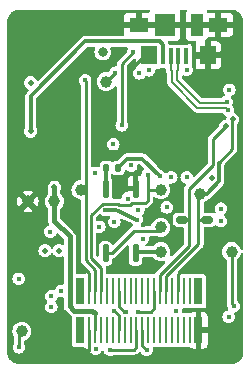
<source format=gbr>
%TF.GenerationSoftware,KiCad,Pcbnew,8.0.0*%
%TF.CreationDate,2024-03-06T14:13:33+03:00*%
%TF.ProjectId,micro17,6d696372-6f31-4372-9e6b-696361645f70,rev?*%
%TF.SameCoordinates,Original*%
%TF.FileFunction,Copper,L4,Bot*%
%TF.FilePolarity,Positive*%
%FSLAX46Y46*%
G04 Gerber Fmt 4.6, Leading zero omitted, Abs format (unit mm)*
G04 Created by KiCad (PCBNEW 8.0.0) date 2024-03-06 14:13:33*
%MOMM*%
%LPD*%
G01*
G04 APERTURE LIST*
G04 Aperture macros list*
%AMRoundRect*
0 Rectangle with rounded corners*
0 $1 Rounding radius*
0 $2 $3 $4 $5 $6 $7 $8 $9 X,Y pos of 4 corners*
0 Add a 4 corners polygon primitive as box body*
4,1,4,$2,$3,$4,$5,$6,$7,$8,$9,$2,$3,0*
0 Add four circle primitives for the rounded corners*
1,1,$1+$1,$2,$3*
1,1,$1+$1,$4,$5*
1,1,$1+$1,$6,$7*
1,1,$1+$1,$8,$9*
0 Add four rect primitives between the rounded corners*
20,1,$1+$1,$2,$3,$4,$5,0*
20,1,$1+$1,$4,$5,$6,$7,0*
20,1,$1+$1,$6,$7,$8,$9,0*
20,1,$1+$1,$8,$9,$2,$3,0*%
G04 Aperture macros list end*
%TA.AperFunction,SMDPad,CuDef*%
%ADD10RoundRect,0.150000X-0.350000X-0.150000X0.350000X-0.150000X0.350000X0.150000X-0.350000X0.150000X0*%
%TD*%
%TA.AperFunction,SMDPad,CuDef*%
%ADD11C,1.000000*%
%TD*%
%TA.AperFunction,SMDPad,CuDef*%
%ADD12RoundRect,0.137500X-0.137500X0.587500X-0.137500X-0.587500X0.137500X-0.587500X0.137500X0.587500X0*%
%TD*%
%TA.AperFunction,SMDPad,CuDef*%
%ADD13R,0.450000X1.380000*%
%TD*%
%TA.AperFunction,SMDPad,CuDef*%
%ADD14R,1.650000X1.300000*%
%TD*%
%TA.AperFunction,SMDPad,CuDef*%
%ADD15R,1.425000X1.550000*%
%TD*%
%TA.AperFunction,SMDPad,CuDef*%
%ADD16R,1.800000X1.900000*%
%TD*%
%TA.AperFunction,SMDPad,CuDef*%
%ADD17R,1.000000X1.900000*%
%TD*%
%TA.AperFunction,SMDPad,CuDef*%
%ADD18R,0.750000X2.300000*%
%TD*%
%TA.AperFunction,SMDPad,CuDef*%
%ADD19R,0.250000X2.300000*%
%TD*%
%TA.AperFunction,SMDPad,CuDef*%
%ADD20RoundRect,0.135000X0.135000X0.185000X-0.135000X0.185000X-0.135000X-0.185000X0.135000X-0.185000X0*%
%TD*%
%TA.AperFunction,ViaPad*%
%ADD21C,0.500000*%
%TD*%
%TA.AperFunction,ViaPad*%
%ADD22C,0.450000*%
%TD*%
%TA.AperFunction,ViaPad*%
%ADD23C,0.800000*%
%TD*%
%TA.AperFunction,Conductor*%
%ADD24C,0.300000*%
%TD*%
%TA.AperFunction,Conductor*%
%ADD25C,0.250000*%
%TD*%
%TA.AperFunction,Conductor*%
%ADD26C,0.400000*%
%TD*%
%TA.AperFunction,Conductor*%
%ADD27C,0.200000*%
%TD*%
G04 APERTURE END LIST*
D10*
%TO.P,D1,1,K*%
%TO.N,MCU_TX*%
X194820000Y-67800000D03*
%TO.P,D1,2,A*%
%TO.N,MCU_RX*%
X196920000Y-67800000D03*
%TD*%
D11*
%TO.P,TP10,1,1*%
%TO.N,GND*%
X181750000Y-66250000D03*
%TD*%
%TO.P,TP4,1,1*%
%TO.N,Net-(TP4-Pad1)*%
X193000000Y-70500000D03*
%TD*%
%TO.P,TP13,1,1*%
%TO.N,MCU_RX*%
X196300000Y-65600000D03*
%TD*%
%TO.P,TP6,1,1*%
%TO.N,PTT_OUT*%
X193000000Y-65250000D03*
%TD*%
D12*
%TO.P,U3,1*%
%TO.N,Net-(R25-Pad2)*%
X188330000Y-65150000D03*
%TO.P,U3,2*%
%TO.N,GND*%
X190870000Y-65150000D03*
%TO.P,U3,3*%
%TO.N,Net-(TP4-Pad1)*%
X190870000Y-70650000D03*
%TO.P,U3,4*%
%TO.N,Net-(TP3-Pad1)*%
X188330000Y-70650000D03*
%TD*%
D11*
%TO.P,TP11,1,1*%
%TO.N,Net-(U1-VBAT)*%
X188400000Y-56100000D03*
%TD*%
D13*
%TO.P,J4,1,VBUS*%
%TO.N,+5V*%
X193200000Y-53960000D03*
%TO.P,J4,2,D-*%
%TO.N,USB_DN*%
X193850000Y-53960000D03*
%TO.P,J4,3,D+*%
%TO.N,USB_DP*%
X194500000Y-53960000D03*
%TO.P,J4,4,ID*%
%TO.N,unconnected-(J4-ID-Pad4)*%
X195150000Y-53960000D03*
%TO.P,J4,5,GND*%
%TO.N,GND*%
X195800000Y-53960000D03*
D14*
%TO.P,J4,6,Shield*%
X191125000Y-51300000D03*
D15*
X192012500Y-53875000D03*
D16*
X193350000Y-51300000D03*
D17*
X196050000Y-51300000D03*
D15*
X196987500Y-53875000D03*
D14*
X197875000Y-51300000D03*
%TD*%
D11*
%TO.P,TP5,1,1*%
%TO.N,+5VD*%
X184000000Y-66250000D03*
%TD*%
%TO.P,TP8,1,1*%
%TO.N,AUDIO_IN*%
X199000000Y-70500000D03*
%TD*%
%TO.P,TP9,1,1*%
%TO.N,AUDIO_OUT_FILT*%
X181250000Y-77250000D03*
%TD*%
%TO.P,TP7,1,1*%
%TO.N,PTT_IN*%
X186250000Y-65250000D03*
%TD*%
%TO.P,TP3,1,1*%
%TO.N,Net-(TP3-Pad1)*%
X193000000Y-68450000D03*
%TD*%
D18*
%TO.P,J2,1,Pin_1*%
%TO.N,unconnected-(J2-Pin_1-Pad1)*%
X186200000Y-73850000D03*
%TO.P,J2,2,Pin_2*%
%TO.N,unconnected-(J2-Pin_2-Pad2)*%
X186200000Y-77150000D03*
D19*
%TO.P,J2,3,Pin_3*%
%TO.N,GND*%
X186950000Y-73850000D03*
%TO.P,J2,4,Pin_4*%
X186950000Y-77150000D03*
%TO.P,J2,5,Pin_5*%
%TO.N,PTT_IN*%
X187450000Y-73850000D03*
%TO.P,J2,6,Pin_6*%
%TO.N,+5VD*%
X187450000Y-77150000D03*
%TO.P,J2,7,Pin_7*%
%TO.N,PTT_OUT*%
X187950000Y-73850000D03*
%TO.P,J2,8,Pin_8*%
%TO.N,unconnected-(J2-Pin_8-Pad8)*%
X187950000Y-77150000D03*
%TO.P,J2,9,Pin_9*%
%TO.N,unconnected-(J2-Pin_9-Pad9)*%
X188450000Y-73850000D03*
%TO.P,J2,10,Pin_10*%
%TO.N,unconnected-(J2-Pin_10-Pad10)*%
X188450000Y-77150000D03*
%TO.P,J2,11,Pin_11*%
%TO.N,unconnected-(J2-Pin_11-Pad11)*%
X188950000Y-73850000D03*
%TO.P,J2,12,Pin_12*%
%TO.N,unconnected-(J2-Pin_12-Pad12)*%
X188950000Y-77150000D03*
%TO.P,J2,13,Pin_13*%
%TO.N,AUDIO_IN*%
X189450000Y-73850000D03*
%TO.P,J2,14,Pin_14*%
%TO.N,AUDIO_OUT_MUTE*%
X189450000Y-77150000D03*
%TO.P,J2,15,Pin_15*%
%TO.N,unconnected-(J2-Pin_15-Pad15)*%
X189950000Y-73850000D03*
%TO.P,J2,16,Pin_16*%
%TO.N,unconnected-(J2-Pin_16-Pad16)*%
X189950000Y-77150000D03*
%TO.P,J2,17,Pin_17*%
%TO.N,unconnected-(J2-Pin_17-Pad17)*%
X190450000Y-73850000D03*
%TO.P,J2,18,Pin_18*%
%TO.N,unconnected-(J2-Pin_18-Pad18)*%
X190450000Y-77150000D03*
%TO.P,J2,19,Pin_19*%
%TO.N,unconnected-(J2-Pin_19-Pad19)*%
X190950000Y-73850000D03*
%TO.P,J2,20,Pin_20*%
%TO.N,BASEBAND_IN*%
X190950000Y-77150000D03*
%TO.P,J2,21,Pin_21*%
%TO.N,unconnected-(J2-Pin_21-Pad21)*%
X191450000Y-73850000D03*
%TO.P,J2,22,Pin_22*%
%TO.N,AUDIO_OUT_FILT*%
X191450000Y-77150000D03*
%TO.P,J2,23,Pin_23*%
%TO.N,unconnected-(J2-Pin_23-Pad23)*%
X191950000Y-73850000D03*
%TO.P,J2,24,Pin_24*%
%TO.N,unconnected-(J2-Pin_24-Pad24)*%
X191950000Y-77150000D03*
%TO.P,J2,25,Pin_25*%
%TO.N,BASEBAND_OUT_FILT*%
X192450000Y-73850000D03*
%TO.P,J2,26,Pin_26*%
%TO.N,unconnected-(J2-Pin_26-Pad26)*%
X192450000Y-77150000D03*
%TO.P,J2,27,Pin_27*%
%TO.N,MCU_TX*%
X192950000Y-73850000D03*
%TO.P,J2,28,Pin_28*%
%TO.N,unconnected-(J2-Pin_28-Pad28)*%
X192950000Y-77150000D03*
%TO.P,J2,29,Pin_29*%
%TO.N,MCU_RX*%
X193450000Y-73850000D03*
%TO.P,J2,30,Pin_30*%
%TO.N,unconnected-(J2-Pin_30-Pad30)*%
X193450000Y-77150000D03*
%TO.P,J2,31,Pin_31*%
%TO.N,unconnected-(J2-Pin_31-Pad31)*%
X193950000Y-73850000D03*
%TO.P,J2,32,Pin_32*%
%TO.N,unconnected-(J2-Pin_32-Pad32)*%
X193950000Y-77150000D03*
%TO.P,J2,33,Pin_33*%
%TO.N,GND*%
X194450000Y-73850000D03*
%TO.P,J2,34,Pin_34*%
%TO.N,unconnected-(J2-Pin_34-Pad34)*%
X194450000Y-77150000D03*
%TO.P,J2,35,Pin_35*%
%TO.N,unconnected-(J2-Pin_35-Pad35)*%
X194950000Y-73850000D03*
%TO.P,J2,36,Pin_36*%
%TO.N,unconnected-(J2-Pin_36-Pad36)*%
X194950000Y-77150000D03*
%TO.P,J2,37,Pin_37*%
%TO.N,unconnected-(J2-Pin_37-Pad37)*%
X195450000Y-73850000D03*
%TO.P,J2,38,Pin_38*%
%TO.N,unconnected-(J2-Pin_38-Pad38)*%
X195450000Y-77150000D03*
D18*
%TO.P,J2,39,Pin_39*%
%TO.N,unconnected-(J2-Pin_39-Pad39)*%
X196200000Y-73850000D03*
%TO.P,J2,40,Pin_40*%
%TO.N,GND*%
X196200000Y-77150000D03*
%TD*%
D20*
%TO.P,R25,1*%
%TO.N,BASEBAND_BYPASS*%
X189410000Y-63400000D03*
%TO.P,R25,2*%
%TO.N,Net-(R25-Pad2)*%
X188390000Y-63400000D03*
%TD*%
D21*
%TO.N,GND*%
X185000000Y-51000000D03*
X185000000Y-53000000D03*
D22*
X182400000Y-79720108D03*
D21*
X180600000Y-61000000D03*
D22*
X188500000Y-57700000D03*
D21*
X199400000Y-52072500D03*
X181000000Y-51000000D03*
D22*
X192000000Y-57500000D03*
X197300000Y-72000000D03*
D21*
X180600000Y-63000000D03*
D22*
X194000000Y-61500000D03*
D21*
X181000000Y-55000000D03*
D22*
X186500000Y-79300000D03*
D21*
X180750000Y-70000000D03*
D22*
X199700000Y-58800000D03*
X199750000Y-68000000D03*
X192000000Y-59500000D03*
D21*
X199100000Y-79100000D03*
D22*
X191000000Y-71900000D03*
D21*
X185500000Y-55000000D03*
D22*
X182800000Y-65200000D03*
X199500000Y-66300000D03*
X194000000Y-57300000D03*
D21*
X188600000Y-69400000D03*
X181000000Y-74400000D03*
X180600000Y-59000000D03*
D22*
X197800000Y-78400000D03*
D21*
X180700000Y-68500000D03*
D23*
X184900000Y-60700000D03*
D22*
X196200000Y-78800000D03*
X189750000Y-79750000D03*
X189100000Y-64500000D03*
X186100000Y-68400000D03*
X182960000Y-60300000D03*
X187250000Y-79750000D03*
X196000000Y-59500000D03*
X185600000Y-59500000D03*
X196000000Y-61500000D03*
D21*
X198280000Y-53600000D03*
D22*
X190300000Y-55300000D03*
X191507567Y-68206053D03*
D21*
X197800000Y-65900000D03*
D22*
X192000000Y-61500000D03*
D21*
X183960000Y-61000000D03*
D22*
X199500000Y-76250000D03*
X198800000Y-54600000D03*
D21*
X182400000Y-76000000D03*
X183000000Y-73000000D03*
D22*
X199500000Y-65300000D03*
D21*
X181000000Y-53000000D03*
X182400000Y-70400000D03*
X183000000Y-53000000D03*
D22*
X193250000Y-79500000D03*
D21*
X180600000Y-57000000D03*
X197100000Y-72900000D03*
D22*
X194800000Y-65900000D03*
D21*
X183000000Y-51000000D03*
X180600000Y-65000000D03*
X186500000Y-55000000D03*
D22*
X196250000Y-75750000D03*
%TO.N,+3V3*%
X191200000Y-55400000D03*
X198820000Y-56800000D03*
D21*
X182000000Y-56200000D03*
X197350000Y-64290000D03*
D22*
X183650000Y-68800000D03*
D23*
X188100000Y-53600000D03*
D22*
X183750000Y-74250000D03*
%TO.N,VDDA*%
X195200000Y-64200000D03*
X187400000Y-63800000D03*
X191475000Y-69397760D03*
%TO.N,+5V*%
X198100000Y-66850000D03*
X189067678Y-67967678D03*
X194300000Y-75550000D03*
D21*
X182000000Y-60300000D03*
D22*
%TO.N,Net-(U4B-+)*%
X191000000Y-67800000D03*
X188301409Y-66976409D03*
%TO.N,/MCU/~{RST}*%
X190660000Y-53600000D03*
X189700000Y-59800000D03*
%TO.N,Net-(C16-Pad2)*%
X190200000Y-66000000D03*
X187800000Y-68400000D03*
%TO.N,Net-(U5A-P0A)*%
X183740793Y-75177619D03*
X193501316Y-66750000D03*
%TO.N,Net-(U5B-P1A)*%
X180975000Y-72800000D03*
X198100000Y-67900000D03*
%TO.N,Net-(U5C-P2W)*%
X187500000Y-78725002D03*
X198750000Y-76000000D03*
%TO.N,I2C_SDA*%
X191974992Y-55147670D03*
D21*
X183200000Y-70400000D03*
D22*
%TO.N,PTT_OUT*%
X191900000Y-64000000D03*
%TO.N,AUDIO_OUT_MUTE*%
X189079841Y-75520159D03*
X193900000Y-64200000D03*
%TO.N,BASEBAND_IN_FILT*%
X189000000Y-61400000D03*
X191100000Y-67000000D03*
%TO.N,BASEBAND_OUT*%
X190500000Y-63200000D03*
X184600000Y-73800000D03*
%TO.N,I2C_SCL*%
X195200000Y-55100000D03*
D21*
X184400000Y-70400000D03*
D22*
%TO.N,AUDIO_OUT_FILT*%
X181000000Y-78597151D03*
X191800000Y-78800000D03*
%TO.N,BASEBAND_IN*%
X188700000Y-78800000D03*
%TO.N,BASEBAND_OUT_FILT*%
X191099724Y-75575719D03*
%TO.N,AUDIO_IN*%
X199200000Y-75100000D03*
X190101511Y-75575826D03*
%TO.N,PTT_IN*%
X186600000Y-56000000D03*
D21*
%TO.N,MCU_TX*%
X198500000Y-59900000D03*
%TO.N,MCU_RX*%
X199100000Y-59300000D03*
D22*
%TO.N,BASEBAND_BYPASS*%
X192906587Y-64093413D03*
D21*
%TO.N,+5VD*%
X184000000Y-65037501D03*
D22*
%TO.N,Net-(U1-VBAT)*%
X189150000Y-55350000D03*
%TO.N,USB_DP*%
X198600000Y-57800000D03*
%TO.N,USB_DN*%
X198700000Y-58500000D03*
%TD*%
D24*
%TO.N,GND*%
X192012500Y-53975000D02*
X191625000Y-53975000D01*
D25*
X194450000Y-72425000D02*
X194875000Y-72000000D01*
X186950000Y-73850000D02*
X186950000Y-72300000D01*
D24*
X191625000Y-53975000D02*
X190300000Y-55300000D01*
D25*
X194875000Y-72000000D02*
X197300000Y-72000000D01*
X186950000Y-78850000D02*
X186950000Y-77150000D01*
X194450000Y-73850000D02*
X194450000Y-72425000D01*
X186500000Y-79300000D02*
X186950000Y-78850000D01*
X186950000Y-72300000D02*
X186750000Y-72100000D01*
D24*
%TO.N,+5V*%
X182000000Y-57300000D02*
X182000000Y-60300000D01*
X192925000Y-52700000D02*
X186600000Y-52700000D01*
X186600000Y-52700000D02*
X182000000Y-57300000D01*
X193200000Y-52975000D02*
X192925000Y-52700000D01*
X193200000Y-54060000D02*
X193200000Y-52975000D01*
%TO.N,Net-(U4B-+)*%
X188301409Y-66976409D02*
X189250000Y-66976409D01*
X189250000Y-66976409D02*
X191000000Y-67800000D01*
D25*
%TO.N,/MCU/~{RST}*%
X189700000Y-54577818D02*
X189700000Y-59800000D01*
X190660000Y-53617818D02*
X189700000Y-54577818D01*
X190660000Y-53600000D02*
X190660000Y-53617818D01*
%TO.N,PTT_OUT*%
X191900000Y-66200000D02*
X191900000Y-65250000D01*
X189371751Y-66426409D02*
X189495342Y-66550000D01*
X191900000Y-65250000D02*
X191900000Y-64000000D01*
X187950000Y-71877208D02*
X187100000Y-71027208D01*
X188073591Y-66426409D02*
X189371751Y-66426409D01*
X187950000Y-73850000D02*
X187950000Y-71877208D01*
X187100000Y-67400000D02*
X188073591Y-66426409D01*
X187100000Y-71027208D02*
X187100000Y-67400000D01*
X190427818Y-66550000D02*
X190577818Y-66400000D01*
X190577818Y-66400000D02*
X191700000Y-66400000D01*
X191700000Y-66400000D02*
X191900000Y-66200000D01*
X193000000Y-65250000D02*
X191900000Y-65250000D01*
X189495342Y-66550000D02*
X190427818Y-66550000D01*
%TO.N,AUDIO_OUT_MUTE*%
X189450000Y-75890318D02*
X189079841Y-75520159D01*
X189450000Y-77150000D02*
X189450000Y-75890318D01*
%TO.N,AUDIO_OUT_FILT*%
X181000000Y-77500000D02*
X181250000Y-77250000D01*
X181000000Y-78597151D02*
X181000000Y-77500000D01*
X191450000Y-78450000D02*
X191800000Y-78800000D01*
X191450000Y-77150000D02*
X191450000Y-78450000D01*
%TO.N,BASEBAND_IN*%
X190725000Y-78800000D02*
X188700000Y-78800000D01*
X190950000Y-77150000D02*
X190950000Y-78575000D01*
X190950000Y-78575000D02*
X190725000Y-78800000D01*
%TO.N,BASEBAND_OUT_FILT*%
X192450000Y-73850000D02*
X192450000Y-75275000D01*
X192450000Y-75275000D02*
X192149281Y-75575719D01*
X192149281Y-75575719D02*
X191099724Y-75575719D01*
%TO.N,AUDIO_IN*%
X189450000Y-75112500D02*
X189913326Y-75575826D01*
X199200000Y-75100000D02*
X199000000Y-74900000D01*
X189913326Y-75575826D02*
X190101511Y-75575826D01*
X189450000Y-73850000D02*
X189450000Y-75112500D01*
X199000000Y-74900000D02*
X199000000Y-70500000D01*
%TO.N,PTT_IN*%
X186650000Y-71213604D02*
X187450000Y-72013604D01*
X187450000Y-72013604D02*
X187450000Y-73850000D01*
X186600000Y-56000000D02*
X186650000Y-56050000D01*
X186650000Y-56050000D02*
X186650000Y-71213604D01*
%TO.N,MCU_TX*%
X195400000Y-70000000D02*
X192950000Y-72450000D01*
X195400000Y-65200000D02*
X195400000Y-67800000D01*
X195400000Y-67800000D02*
X194820000Y-67800000D01*
X192950000Y-72450000D02*
X192950000Y-73850000D01*
X198500000Y-59900000D02*
X197425000Y-60975000D01*
X195400000Y-67800000D02*
X195400000Y-70000000D01*
X197425000Y-63175000D02*
X195400000Y-65200000D01*
X197425000Y-60975000D02*
X197425000Y-63175000D01*
D24*
%TO.N,MCU_RX*%
X197950000Y-64538529D02*
X196888529Y-65600000D01*
D25*
X196300000Y-65600000D02*
X196200000Y-65700000D01*
X199075000Y-59325000D02*
X199075000Y-61825000D01*
X196200000Y-67800000D02*
X196920000Y-67800000D01*
X193450000Y-72586396D02*
X193450000Y-73850000D01*
X199100000Y-59300000D02*
X199075000Y-59325000D01*
D24*
X196888529Y-65600000D02*
X196300000Y-65600000D01*
X197950000Y-62950000D02*
X197950000Y-64538529D01*
D25*
X196200000Y-69836396D02*
X193450000Y-72586396D01*
X196200000Y-67800000D02*
X196200000Y-69836396D01*
X199075000Y-61825000D02*
X197950000Y-62950000D01*
X196200000Y-65700000D02*
X196200000Y-67800000D01*
D24*
%TO.N,Net-(R25-Pad2)*%
X188330000Y-65150000D02*
X188330000Y-63460000D01*
X188330000Y-63460000D02*
X188390000Y-63400000D01*
%TO.N,BASEBAND_BYPASS*%
X192906587Y-64093413D02*
X191438174Y-62625000D01*
X190185000Y-62625000D02*
X189410000Y-63400000D01*
X191438174Y-62625000D02*
X190185000Y-62625000D01*
D26*
%TO.N,+5VD*%
X187225000Y-75500000D02*
X185675000Y-75500000D01*
X184000000Y-67900000D02*
X184000000Y-65037501D01*
X185300000Y-75125000D02*
X185300000Y-69200000D01*
X185675000Y-75500000D02*
X185300000Y-75125000D01*
X187450000Y-75725000D02*
X187225000Y-75500000D01*
X185300000Y-69200000D02*
X184000000Y-67900000D01*
D25*
X187450000Y-77150000D02*
X187450000Y-75725000D01*
%TO.N,Net-(TP3-Pad1)*%
X193000000Y-68500000D02*
X192743947Y-68756053D01*
X192743947Y-68756053D02*
X190743947Y-68756053D01*
X190743947Y-68756053D02*
X188850000Y-70650000D01*
X188850000Y-70650000D02*
X188330000Y-70650000D01*
D24*
%TO.N,Net-(TP4-Pad1)*%
X191020000Y-70500000D02*
X192900000Y-70500000D01*
X190870000Y-70650000D02*
X191020000Y-70500000D01*
X192900000Y-70500000D02*
X193000000Y-70600000D01*
D25*
%TO.N,Net-(U1-VBAT)*%
X189150000Y-55350000D02*
X188400000Y-56100000D01*
D27*
%TO.N,USB_DP*%
X194500000Y-55095001D02*
X194400000Y-55195001D01*
X196293199Y-57874999D02*
X198525001Y-57874999D01*
X194400000Y-55195001D02*
X194400000Y-55981800D01*
X194400000Y-55981800D02*
X196293199Y-57874999D01*
X198525001Y-57874999D02*
X198600000Y-57800000D01*
X194500000Y-54060000D02*
X194500000Y-55095001D01*
%TO.N,USB_DN*%
X198525001Y-58325001D02*
X198700000Y-58500000D01*
X193950000Y-55195001D02*
X193950000Y-56168200D01*
X196106801Y-58325001D02*
X198525001Y-58325001D01*
X193850000Y-55095001D02*
X193950000Y-55195001D01*
X193950000Y-56168200D02*
X196106801Y-58325001D01*
X193850000Y-54060000D02*
X193850000Y-55095001D01*
%TD*%
%TA.AperFunction,Conductor*%
%TO.N,GND*%
G36*
X190234985Y-69973277D02*
G01*
X190282620Y-70020912D01*
X190294500Y-70070397D01*
X190294500Y-71290257D01*
X190297274Y-71319847D01*
X190297275Y-71319849D01*
X190340883Y-71444474D01*
X190340884Y-71444475D01*
X190419289Y-71550711D01*
X190525525Y-71629116D01*
X190650151Y-71672725D01*
X190664947Y-71674112D01*
X190679743Y-71675500D01*
X190679744Y-71675500D01*
X191060257Y-71675500D01*
X191070120Y-71674575D01*
X191089849Y-71672725D01*
X191214475Y-71629116D01*
X191320711Y-71550711D01*
X191399116Y-71444475D01*
X191442725Y-71319849D01*
X191445500Y-71290256D01*
X191445500Y-71059500D01*
X191466317Y-70995431D01*
X191520817Y-70955835D01*
X191554500Y-70950500D01*
X192277418Y-70950500D01*
X192341487Y-70971317D01*
X192366125Y-70997672D01*
X192366369Y-70997478D01*
X192368838Y-71000574D01*
X192369708Y-71001505D01*
X192370184Y-71002262D01*
X192497738Y-71129816D01*
X192574499Y-71178048D01*
X192650480Y-71225790D01*
X192650483Y-71225791D01*
X192820737Y-71285366D01*
X192820742Y-71285367D01*
X192820745Y-71285368D01*
X193000000Y-71305565D01*
X193179255Y-71285368D01*
X193241699Y-71263518D01*
X193309048Y-71262006D01*
X193364423Y-71300370D01*
X193386673Y-71363955D01*
X193367298Y-71428475D01*
X193354775Y-71443476D01*
X192673405Y-72124846D01*
X192609514Y-72188736D01*
X192553497Y-72285762D01*
X192544668Y-72318712D01*
X192507977Y-72375210D01*
X192445085Y-72399351D01*
X192439383Y-72399500D01*
X192280141Y-72399500D01*
X192280120Y-72399502D01*
X192255014Y-72402413D01*
X192255003Y-72402416D01*
X192244022Y-72407265D01*
X192177004Y-72414098D01*
X192155980Y-72407266D01*
X192144991Y-72402415D01*
X192119865Y-72399500D01*
X192119864Y-72399500D01*
X191780141Y-72399500D01*
X191780120Y-72399502D01*
X191755014Y-72402413D01*
X191755003Y-72402416D01*
X191744022Y-72407265D01*
X191677004Y-72414098D01*
X191655980Y-72407266D01*
X191644991Y-72402415D01*
X191619865Y-72399500D01*
X191619864Y-72399500D01*
X191280141Y-72399500D01*
X191280120Y-72399502D01*
X191255014Y-72402413D01*
X191255003Y-72402416D01*
X191244022Y-72407265D01*
X191177004Y-72414098D01*
X191155980Y-72407266D01*
X191144991Y-72402415D01*
X191119865Y-72399500D01*
X191119864Y-72399500D01*
X190780141Y-72399500D01*
X190780120Y-72399502D01*
X190755014Y-72402413D01*
X190755003Y-72402416D01*
X190744022Y-72407265D01*
X190677004Y-72414098D01*
X190655980Y-72407266D01*
X190644991Y-72402415D01*
X190619865Y-72399500D01*
X190619864Y-72399500D01*
X190280141Y-72399500D01*
X190280120Y-72399502D01*
X190255014Y-72402413D01*
X190255003Y-72402416D01*
X190244022Y-72407265D01*
X190177004Y-72414098D01*
X190155980Y-72407266D01*
X190144991Y-72402415D01*
X190119865Y-72399500D01*
X190119864Y-72399500D01*
X189780141Y-72399500D01*
X189780120Y-72399502D01*
X189755014Y-72402413D01*
X189755003Y-72402416D01*
X189744022Y-72407265D01*
X189677004Y-72414098D01*
X189655980Y-72407266D01*
X189644991Y-72402415D01*
X189619865Y-72399500D01*
X189619864Y-72399500D01*
X189280141Y-72399500D01*
X189280120Y-72399502D01*
X189255014Y-72402413D01*
X189255003Y-72402416D01*
X189244022Y-72407265D01*
X189177004Y-72414098D01*
X189155980Y-72407266D01*
X189144991Y-72402415D01*
X189119865Y-72399500D01*
X189119864Y-72399500D01*
X188780141Y-72399500D01*
X188780120Y-72399502D01*
X188755014Y-72402413D01*
X188755003Y-72402416D01*
X188744022Y-72407265D01*
X188677004Y-72414098D01*
X188655980Y-72407266D01*
X188644991Y-72402415D01*
X188619865Y-72399500D01*
X188484500Y-72399500D01*
X188420431Y-72378683D01*
X188380835Y-72324183D01*
X188375500Y-72290500D01*
X188375500Y-71821190D01*
X188373228Y-71812711D01*
X188376754Y-71745438D01*
X188419149Y-71693085D01*
X188478514Y-71675500D01*
X188520257Y-71675500D01*
X188530120Y-71674575D01*
X188549849Y-71672725D01*
X188674475Y-71629116D01*
X188780711Y-71550711D01*
X188859116Y-71444475D01*
X188902725Y-71319849D01*
X188905500Y-71290256D01*
X188905500Y-71159277D01*
X188926317Y-71095208D01*
X188980817Y-71055612D01*
X188986291Y-71053991D01*
X189014234Y-71046504D01*
X189014234Y-71046503D01*
X189014237Y-71046503D01*
X189111263Y-70990485D01*
X190108427Y-69993320D01*
X190168449Y-69962739D01*
X190234985Y-69973277D01*
G37*
%TD.AperFunction*%
%TA.AperFunction,Conductor*%
G36*
X187888845Y-67319416D02*
G01*
X187921304Y-67346410D01*
X187921567Y-67346148D01*
X187924422Y-67349003D01*
X187925830Y-67350174D01*
X187926612Y-67351193D01*
X187926614Y-67351195D01*
X187926618Y-67351200D01*
X188036391Y-67435433D01*
X188099263Y-67461475D01*
X188164223Y-67488382D01*
X188164230Y-67488384D01*
X188301406Y-67506444D01*
X188301409Y-67506444D01*
X188301412Y-67506444D01*
X188438587Y-67488384D01*
X188438589Y-67488383D01*
X188438592Y-67488383D01*
X188553093Y-67440955D01*
X188620250Y-67435671D01*
X188677688Y-67470869D01*
X188703468Y-67533107D01*
X188687742Y-67598612D01*
X188681279Y-67608014D01*
X188608654Y-67702659D01*
X188555704Y-67830492D01*
X188555702Y-67830499D01*
X188537643Y-67967675D01*
X188537643Y-67967680D01*
X188555702Y-68104856D01*
X188555704Y-68104863D01*
X188608652Y-68232692D01*
X188608654Y-68232696D01*
X188668855Y-68311151D01*
X188692887Y-68342469D01*
X188692891Y-68342472D01*
X188692892Y-68342473D01*
X188714463Y-68359025D01*
X188802660Y-68426702D01*
X188810707Y-68430035D01*
X188930492Y-68479651D01*
X188930499Y-68479653D01*
X189067675Y-68497713D01*
X189067678Y-68497713D01*
X189067681Y-68497713D01*
X189204856Y-68479653D01*
X189204858Y-68479652D01*
X189204861Y-68479652D01*
X189332696Y-68426702D01*
X189442469Y-68342469D01*
X189526702Y-68232696D01*
X189579652Y-68104861D01*
X189580229Y-68100483D01*
X189597713Y-67967680D01*
X189597713Y-67967675D01*
X189579653Y-67830502D01*
X189579652Y-67830501D01*
X189579652Y-67830495D01*
X189579649Y-67830489D01*
X189578789Y-67827277D01*
X189578914Y-67824886D01*
X189578720Y-67823412D01*
X189578993Y-67823376D01*
X189582310Y-67760003D01*
X189624701Y-67707647D01*
X189689770Y-67690207D01*
X189730487Y-67700433D01*
X190537267Y-68080123D01*
X190577325Y-68112389D01*
X190625209Y-68174791D01*
X190625213Y-68174794D01*
X190627812Y-68177393D01*
X190629009Y-68179743D01*
X190629558Y-68180458D01*
X190629425Y-68180559D01*
X190658395Y-68237417D01*
X190647857Y-68303953D01*
X190600222Y-68351588D01*
X190582607Y-68358349D01*
X190579711Y-68359549D01*
X190482686Y-68415566D01*
X189026646Y-69871604D01*
X188966622Y-69902187D01*
X188900086Y-69891649D01*
X188861870Y-69859255D01*
X188780715Y-69749293D01*
X188780710Y-69749288D01*
X188674474Y-69670883D01*
X188549849Y-69627275D01*
X188549847Y-69627274D01*
X188520257Y-69624500D01*
X188520256Y-69624500D01*
X188139744Y-69624500D01*
X188139743Y-69624500D01*
X188110152Y-69627274D01*
X188110150Y-69627275D01*
X187985525Y-69670883D01*
X187879289Y-69749288D01*
X187879288Y-69749289D01*
X187800883Y-69855525D01*
X187757275Y-69980150D01*
X187757274Y-69980152D01*
X187754500Y-70009742D01*
X187754500Y-70816810D01*
X187733683Y-70880879D01*
X187679183Y-70920475D01*
X187611817Y-70920475D01*
X187568425Y-70893885D01*
X187557425Y-70882885D01*
X187526842Y-70822861D01*
X187525500Y-70805810D01*
X187525500Y-69017231D01*
X187546317Y-68953162D01*
X187600817Y-68913566D01*
X187655590Y-68912134D01*
X187655734Y-68911042D01*
X187662633Y-68911950D01*
X187662722Y-68911948D01*
X187662811Y-68911971D01*
X187662817Y-68911974D01*
X187662823Y-68911974D01*
X187662824Y-68911975D01*
X187799997Y-68930035D01*
X187800000Y-68930035D01*
X187800003Y-68930035D01*
X187937178Y-68911975D01*
X187937180Y-68911974D01*
X187937183Y-68911974D01*
X188065018Y-68859024D01*
X188174791Y-68774791D01*
X188259024Y-68665018D01*
X188311974Y-68537183D01*
X188317171Y-68497713D01*
X188330035Y-68400002D01*
X188330035Y-68399997D01*
X188311975Y-68262821D01*
X188311973Y-68262814D01*
X188259023Y-68134981D01*
X188174795Y-68025214D01*
X188174794Y-68025213D01*
X188174791Y-68025209D01*
X188174786Y-68025205D01*
X188174785Y-68025204D01*
X188065018Y-67940976D01*
X188065014Y-67940974D01*
X187937185Y-67888026D01*
X187937178Y-67888024D01*
X187800003Y-67869965D01*
X187799997Y-67869965D01*
X187662819Y-67888025D01*
X187662708Y-67888055D01*
X187662625Y-67888050D01*
X187655734Y-67888958D01*
X187655565Y-67887680D01*
X187595434Y-67884527D01*
X187543083Y-67842131D01*
X187525500Y-67782768D01*
X187525500Y-67621397D01*
X187546317Y-67557328D01*
X187557425Y-67544323D01*
X187646044Y-67455704D01*
X187762285Y-67339461D01*
X187822308Y-67308878D01*
X187888845Y-67319416D01*
G37*
%TD.AperFunction*%
%TA.AperFunction,Conductor*%
G36*
X191270490Y-63096317D02*
G01*
X191283495Y-63107424D01*
X191593530Y-63417460D01*
X191624113Y-63477483D01*
X191613575Y-63544019D01*
X191582811Y-63581009D01*
X191525211Y-63625207D01*
X191525204Y-63625214D01*
X191440976Y-63734981D01*
X191388026Y-63862814D01*
X191388024Y-63862821D01*
X191372205Y-63982980D01*
X191343203Y-64043783D01*
X191284001Y-64075927D01*
X191224150Y-64070152D01*
X191135959Y-64035373D01*
X191120000Y-64033456D01*
X191120000Y-65291000D01*
X191099183Y-65355069D01*
X191044683Y-65394665D01*
X191011000Y-65400000D01*
X190195001Y-65400000D01*
X190182983Y-65412017D01*
X190174183Y-65439102D01*
X190119683Y-65478698D01*
X190100228Y-65483100D01*
X190062821Y-65488024D01*
X190062814Y-65488026D01*
X189934981Y-65540976D01*
X189825214Y-65625204D01*
X189825204Y-65625214D01*
X189740976Y-65734981D01*
X189688026Y-65862814D01*
X189688025Y-65862821D01*
X189677819Y-65940337D01*
X189648817Y-66001140D01*
X189589615Y-66033283D01*
X189541541Y-66031394D01*
X189522466Y-66026283D01*
X189427769Y-66000909D01*
X188992990Y-66000909D01*
X188928921Y-65980092D01*
X188889325Y-65925592D01*
X188889325Y-65858226D01*
X188890090Y-65855955D01*
X188902725Y-65819849D01*
X188905500Y-65790256D01*
X188905500Y-64899999D01*
X190195000Y-64899999D01*
X190195001Y-64900000D01*
X190619999Y-64900000D01*
X190620000Y-64899999D01*
X190620000Y-64033456D01*
X190619999Y-64033456D01*
X190604040Y-64035373D01*
X190466589Y-64089578D01*
X190348857Y-64178856D01*
X190348856Y-64178857D01*
X190259577Y-64296590D01*
X190205374Y-64434038D01*
X190205372Y-64434047D01*
X190195001Y-64520407D01*
X190195000Y-64520428D01*
X190195000Y-64899999D01*
X188905500Y-64899999D01*
X188905500Y-64509744D01*
X188902725Y-64480151D01*
X188859116Y-64355525D01*
X188826974Y-64311974D01*
X188801798Y-64277861D01*
X188780503Y-64213949D01*
X188780500Y-64213135D01*
X188780500Y-63992722D01*
X188801317Y-63928653D01*
X188824770Y-63905023D01*
X188835272Y-63897272D01*
X188899180Y-63875975D01*
X188963404Y-63896310D01*
X188964663Y-63897224D01*
X189069206Y-63974381D01*
X189193121Y-64017741D01*
X189222543Y-64020500D01*
X189597456Y-64020499D01*
X189626879Y-64017741D01*
X189750794Y-63974381D01*
X189826552Y-63918468D01*
X189856418Y-63896427D01*
X189856419Y-63896425D01*
X189856423Y-63896423D01*
X189856507Y-63896310D01*
X189891384Y-63849053D01*
X189934381Y-63790794D01*
X189977741Y-63666879D01*
X189977741Y-63666870D01*
X189979157Y-63660397D01*
X189981938Y-63661004D01*
X190003967Y-63609951D01*
X190061916Y-63575597D01*
X190128989Y-63581866D01*
X190152156Y-63595468D01*
X190234982Y-63659024D01*
X190298899Y-63685499D01*
X190362814Y-63711973D01*
X190362821Y-63711975D01*
X190499997Y-63730035D01*
X190500000Y-63730035D01*
X190500003Y-63730035D01*
X190637178Y-63711975D01*
X190637180Y-63711974D01*
X190637183Y-63711974D01*
X190765018Y-63659024D01*
X190874791Y-63574791D01*
X190959024Y-63465018D01*
X191011974Y-63337183D01*
X191015754Y-63308472D01*
X191030035Y-63200003D01*
X191030035Y-63200002D01*
X191029867Y-63198726D01*
X191030035Y-63197819D01*
X191030035Y-63192856D01*
X191030955Y-63192856D01*
X191042144Y-63132489D01*
X191091010Y-63086118D01*
X191137935Y-63075500D01*
X191206421Y-63075500D01*
X191270490Y-63096317D01*
G37*
%TD.AperFunction*%
%TA.AperFunction,Conductor*%
G36*
X192065600Y-50020817D02*
G01*
X192105196Y-50075317D01*
X192105196Y-50142683D01*
X192098650Y-50158485D01*
X192082345Y-50190485D01*
X192034711Y-50238120D01*
X191985226Y-50250000D01*
X191375001Y-50250000D01*
X191375000Y-50250001D01*
X191375000Y-51049999D01*
X191375001Y-51050000D01*
X194649998Y-51050000D01*
X194649999Y-51049999D01*
X194649999Y-50318522D01*
X194649998Y-50318516D01*
X194635165Y-50224853D01*
X194635164Y-50224851D01*
X194601349Y-50158484D01*
X194590811Y-50091948D01*
X194621395Y-50031925D01*
X194681418Y-50001342D01*
X194698469Y-50000000D01*
X195101531Y-50000000D01*
X195165600Y-50020817D01*
X195205196Y-50075317D01*
X195205196Y-50142683D01*
X195198651Y-50158484D01*
X195164835Y-50224850D01*
X195164834Y-50224854D01*
X195150000Y-50318517D01*
X195150000Y-51049999D01*
X195150001Y-51050000D01*
X197624999Y-51050000D01*
X197625000Y-51049999D01*
X198125000Y-51049999D01*
X198125001Y-51050000D01*
X199099998Y-51050000D01*
X199099999Y-51049999D01*
X199099999Y-50618522D01*
X199099998Y-50618516D01*
X199085165Y-50524853D01*
X199027640Y-50411954D01*
X198938045Y-50322359D01*
X198825145Y-50264834D01*
X198731482Y-50250000D01*
X198125001Y-50250000D01*
X198125000Y-50250001D01*
X198125000Y-51049999D01*
X197625000Y-51049999D01*
X197625000Y-50250001D01*
X197624999Y-50250000D01*
X197014774Y-50250000D01*
X196950705Y-50229183D01*
X196917655Y-50190485D01*
X196901350Y-50158485D01*
X196890811Y-50091949D01*
X196921394Y-50031926D01*
X196981417Y-50001342D01*
X196998469Y-50000000D01*
X198975165Y-50000000D01*
X198975829Y-50000002D01*
X198976531Y-50000006D01*
X198999418Y-50000146D01*
X199000525Y-50000159D01*
X199024479Y-50000599D01*
X199024500Y-50000600D01*
X199046812Y-50001147D01*
X199051434Y-50001359D01*
X199093355Y-50004191D01*
X199102646Y-50005222D01*
X199144141Y-50011636D01*
X199148714Y-50012444D01*
X199192022Y-50021059D01*
X199197191Y-50022219D01*
X199284397Y-50044063D01*
X199294633Y-50047168D01*
X199376725Y-50076542D01*
X199386585Y-50080626D01*
X199465425Y-50117914D01*
X199474850Y-50122953D01*
X199549641Y-50167781D01*
X199558535Y-50173723D01*
X199628569Y-50225663D01*
X199636825Y-50232439D01*
X199701453Y-50291014D01*
X199708985Y-50298546D01*
X199767558Y-50363171D01*
X199774336Y-50371430D01*
X199826276Y-50441463D01*
X199832217Y-50450355D01*
X199877050Y-50525154D01*
X199882086Y-50534575D01*
X199919370Y-50613407D01*
X199923463Y-50623289D01*
X199952830Y-50705365D01*
X199955936Y-50715602D01*
X199977777Y-50802798D01*
X199978949Y-50808017D01*
X199987549Y-50851252D01*
X199988363Y-50855863D01*
X199994776Y-50897343D01*
X199995808Y-50906648D01*
X199998639Y-50948543D01*
X199998854Y-50953226D01*
X199999388Y-50975054D01*
X199999403Y-50975715D01*
X199999838Y-50999361D01*
X199999854Y-51000697D01*
X199999998Y-51024166D01*
X200000000Y-51024835D01*
X200000000Y-70293707D01*
X199979183Y-70357776D01*
X199924683Y-70397372D01*
X199857317Y-70397372D01*
X199802817Y-70357776D01*
X199788451Y-70326150D01*
X199787390Y-70326522D01*
X199725791Y-70150483D01*
X199725790Y-70150480D01*
X199725789Y-70150478D01*
X199629816Y-69997738D01*
X199502262Y-69870184D01*
X199349522Y-69774211D01*
X199349519Y-69774209D01*
X199349516Y-69774208D01*
X199179262Y-69714633D01*
X199179257Y-69714632D01*
X199000000Y-69694435D01*
X198820742Y-69714632D01*
X198820737Y-69714633D01*
X198650483Y-69774208D01*
X198650480Y-69774209D01*
X198497739Y-69870183D01*
X198370183Y-69997739D01*
X198274209Y-70150480D01*
X198274208Y-70150483D01*
X198214633Y-70320737D01*
X198214632Y-70320742D01*
X198194435Y-70500000D01*
X198214632Y-70679257D01*
X198214633Y-70679262D01*
X198274208Y-70849516D01*
X198274209Y-70849519D01*
X198277512Y-70854775D01*
X198370184Y-71002262D01*
X198497738Y-71129816D01*
X198523491Y-71145997D01*
X198566663Y-71197707D01*
X198574500Y-71238290D01*
X198574500Y-74956017D01*
X198603496Y-75064236D01*
X198659515Y-75161263D01*
X198663862Y-75166928D01*
X198661105Y-75169043D01*
X198685257Y-75216445D01*
X198685666Y-75219265D01*
X198688025Y-75237182D01*
X198728304Y-75334426D01*
X198733589Y-75401585D01*
X198698390Y-75459023D01*
X198641831Y-75484205D01*
X198612821Y-75488025D01*
X198612814Y-75488026D01*
X198484981Y-75540976D01*
X198375214Y-75625204D01*
X198375204Y-75625214D01*
X198290976Y-75734981D01*
X198238026Y-75862814D01*
X198238024Y-75862821D01*
X198219965Y-75999997D01*
X198219965Y-76000002D01*
X198238024Y-76137178D01*
X198238026Y-76137185D01*
X198290974Y-76265014D01*
X198290976Y-76265018D01*
X198375209Y-76374791D01*
X198484982Y-76459024D01*
X198498524Y-76464633D01*
X198612814Y-76511973D01*
X198612821Y-76511975D01*
X198749997Y-76530035D01*
X198750000Y-76530035D01*
X198750003Y-76530035D01*
X198887178Y-76511975D01*
X198887180Y-76511974D01*
X198887183Y-76511974D01*
X199015018Y-76459024D01*
X199124791Y-76374791D01*
X199209024Y-76265018D01*
X199261974Y-76137183D01*
X199280035Y-76000000D01*
X199275890Y-75968516D01*
X199261975Y-75862821D01*
X199261974Y-75862817D01*
X199261973Y-75862814D01*
X199221693Y-75765570D01*
X199216409Y-75698416D01*
X199251607Y-75640977D01*
X199308167Y-75615794D01*
X199337183Y-75611974D01*
X199465018Y-75559024D01*
X199574791Y-75474791D01*
X199659024Y-75365018D01*
X199711974Y-75237183D01*
X199714705Y-75216445D01*
X199730035Y-75100002D01*
X199730035Y-75099997D01*
X199711975Y-74962821D01*
X199711973Y-74962814D01*
X199659023Y-74834981D01*
X199574795Y-74725214D01*
X199574794Y-74725213D01*
X199574791Y-74725209D01*
X199542604Y-74700511D01*
X199468144Y-74643374D01*
X199429988Y-74587855D01*
X199425500Y-74556899D01*
X199425500Y-71238290D01*
X199446317Y-71174221D01*
X199476507Y-71145998D01*
X199502262Y-71129816D01*
X199629816Y-71002262D01*
X199725789Y-70849522D01*
X199737235Y-70816810D01*
X199787390Y-70673478D01*
X199789423Y-70674189D01*
X199819280Y-70624211D01*
X199881223Y-70597731D01*
X199946901Y-70612718D01*
X199991226Y-70663447D01*
X200000000Y-70706292D01*
X200000000Y-78975164D01*
X199999998Y-78975833D01*
X199999854Y-78999302D01*
X199999838Y-79000638D01*
X199999403Y-79024284D01*
X199999388Y-79024945D01*
X199998854Y-79046773D01*
X199998639Y-79051456D01*
X199995808Y-79093351D01*
X199994776Y-79102656D01*
X199988363Y-79144136D01*
X199987549Y-79148747D01*
X199978949Y-79191982D01*
X199977777Y-79197201D01*
X199955936Y-79284397D01*
X199952830Y-79294634D01*
X199923463Y-79376710D01*
X199919370Y-79386593D01*
X199882089Y-79465417D01*
X199877046Y-79474850D01*
X199832218Y-79549641D01*
X199826276Y-79558535D01*
X199774336Y-79628569D01*
X199767550Y-79636838D01*
X199709001Y-79701437D01*
X199701442Y-79708995D01*
X199636838Y-79767550D01*
X199628569Y-79774336D01*
X199558535Y-79826276D01*
X199549641Y-79832218D01*
X199474850Y-79877046D01*
X199465417Y-79882089D01*
X199386593Y-79919370D01*
X199376710Y-79923463D01*
X199294634Y-79952830D01*
X199284397Y-79955936D01*
X199197201Y-79977777D01*
X199191982Y-79978949D01*
X199148747Y-79987549D01*
X199144136Y-79988363D01*
X199102656Y-79994776D01*
X199093351Y-79995808D01*
X199051456Y-79998639D01*
X199046773Y-79998854D01*
X199024945Y-79999388D01*
X199024284Y-79999403D01*
X199000638Y-79999838D01*
X198999302Y-79999854D01*
X198976596Y-79999993D01*
X198975831Y-79999998D01*
X198975165Y-80000000D01*
X181024835Y-80000000D01*
X181024168Y-79999998D01*
X181023385Y-79999993D01*
X181000697Y-79999854D01*
X180999361Y-79999838D01*
X180975715Y-79999403D01*
X180975054Y-79999388D01*
X180953226Y-79998854D01*
X180948543Y-79998639D01*
X180906648Y-79995808D01*
X180897343Y-79994776D01*
X180855863Y-79988363D01*
X180851252Y-79987549D01*
X180840735Y-79985457D01*
X180808007Y-79978946D01*
X180802798Y-79977777D01*
X180715602Y-79955936D01*
X180705365Y-79952830D01*
X180623289Y-79923463D01*
X180613411Y-79919372D01*
X180534582Y-79882089D01*
X180525149Y-79877047D01*
X180450361Y-79832221D01*
X180441468Y-79826278D01*
X180371431Y-79774336D01*
X180363171Y-79767558D01*
X180298546Y-79708985D01*
X180291014Y-79701453D01*
X180232439Y-79636825D01*
X180225663Y-79628569D01*
X180173723Y-79558535D01*
X180167781Y-79549641D01*
X180122953Y-79474850D01*
X180117914Y-79465425D01*
X180080626Y-79386585D01*
X180076541Y-79376721D01*
X180047168Y-79294630D01*
X180044062Y-79284393D01*
X180037707Y-79259023D01*
X180022219Y-79197191D01*
X180021059Y-79192022D01*
X180012444Y-79148714D01*
X180011636Y-79144136D01*
X180009016Y-79127186D01*
X180005222Y-79102646D01*
X180004191Y-79093355D01*
X180001359Y-79051434D01*
X180001147Y-79046812D01*
X180000600Y-79024487D01*
X180000159Y-79000525D01*
X180000146Y-78999418D01*
X180000002Y-78975828D01*
X180000000Y-78975164D01*
X180000000Y-77250000D01*
X180444435Y-77250000D01*
X180464632Y-77429257D01*
X180464633Y-77429262D01*
X180524209Y-77599520D01*
X180557793Y-77652967D01*
X180574500Y-77710959D01*
X180574500Y-78251444D01*
X180553683Y-78315513D01*
X180551977Y-78317797D01*
X180540976Y-78332134D01*
X180488026Y-78459965D01*
X180488024Y-78459972D01*
X180469965Y-78597148D01*
X180469965Y-78597153D01*
X180488024Y-78734329D01*
X180488026Y-78734336D01*
X180540974Y-78862165D01*
X180540976Y-78862169D01*
X180618244Y-78962866D01*
X180625209Y-78971942D01*
X180734982Y-79056175D01*
X180798899Y-79082650D01*
X180862814Y-79109124D01*
X180862821Y-79109126D01*
X180999997Y-79127186D01*
X181000000Y-79127186D01*
X181000003Y-79127186D01*
X181137178Y-79109126D01*
X181137180Y-79109125D01*
X181137183Y-79109125D01*
X181265018Y-79056175D01*
X181374791Y-78971942D01*
X181459024Y-78862169D01*
X181511974Y-78734334D01*
X181516495Y-78699999D01*
X181530035Y-78597153D01*
X181530035Y-78597148D01*
X181511975Y-78459972D01*
X181511973Y-78459965D01*
X181497550Y-78425145D01*
X181459024Y-78332134D01*
X181448022Y-78317796D01*
X181425537Y-78254295D01*
X181425500Y-78251444D01*
X181425500Y-78114021D01*
X181446317Y-78049952D01*
X181498497Y-78011139D01*
X181599522Y-77975789D01*
X181752262Y-77879816D01*
X181879816Y-77752262D01*
X181975789Y-77599522D01*
X182035368Y-77429255D01*
X182055565Y-77250000D01*
X182035368Y-77070745D01*
X182035367Y-77070742D01*
X182035366Y-77070737D01*
X181975791Y-76900483D01*
X181975790Y-76900480D01*
X181975789Y-76900478D01*
X181879816Y-76747738D01*
X181752262Y-76620184D01*
X181599522Y-76524211D01*
X181599519Y-76524209D01*
X181599516Y-76524208D01*
X181429262Y-76464633D01*
X181429257Y-76464632D01*
X181250000Y-76444435D01*
X181070742Y-76464632D01*
X181070737Y-76464633D01*
X180900483Y-76524208D01*
X180900480Y-76524209D01*
X180747739Y-76620183D01*
X180620183Y-76747739D01*
X180524209Y-76900480D01*
X180524208Y-76900483D01*
X180464633Y-77070737D01*
X180464632Y-77070742D01*
X180444435Y-77250000D01*
X180000000Y-77250000D01*
X180000000Y-72800002D01*
X180444965Y-72800002D01*
X180463024Y-72937178D01*
X180463026Y-72937185D01*
X180515974Y-73065014D01*
X180515976Y-73065018D01*
X180598020Y-73171939D01*
X180600209Y-73174791D01*
X180709982Y-73259024D01*
X180760638Y-73280006D01*
X180837814Y-73311973D01*
X180837821Y-73311975D01*
X180974997Y-73330035D01*
X180975000Y-73330035D01*
X180975003Y-73330035D01*
X181112178Y-73311975D01*
X181112180Y-73311974D01*
X181112183Y-73311974D01*
X181240018Y-73259024D01*
X181349791Y-73174791D01*
X181434024Y-73065018D01*
X181486974Y-72937183D01*
X181505035Y-72800000D01*
X181486974Y-72662817D01*
X181483792Y-72655136D01*
X181434023Y-72534981D01*
X181349795Y-72425214D01*
X181349794Y-72425213D01*
X181349791Y-72425209D01*
X181349786Y-72425205D01*
X181349785Y-72425204D01*
X181240018Y-72340976D01*
X181240014Y-72340974D01*
X181112185Y-72288026D01*
X181112178Y-72288024D01*
X180975003Y-72269965D01*
X180974997Y-72269965D01*
X180837821Y-72288024D01*
X180837814Y-72288026D01*
X180709981Y-72340976D01*
X180600214Y-72425204D01*
X180600204Y-72425214D01*
X180515976Y-72534981D01*
X180463026Y-72662814D01*
X180463024Y-72662821D01*
X180444965Y-72799997D01*
X180444965Y-72800002D01*
X180000000Y-72800002D01*
X180000000Y-67040589D01*
X181312961Y-67040589D01*
X181312962Y-67040590D01*
X181470343Y-67110661D01*
X181470352Y-67110664D01*
X181655405Y-67150000D01*
X181844595Y-67150000D01*
X182029647Y-67110664D01*
X182029652Y-67110662D01*
X182187036Y-67040590D01*
X182187036Y-67040589D01*
X181749999Y-66603553D01*
X181312961Y-67040589D01*
X180000000Y-67040589D01*
X180000000Y-66250000D01*
X180845043Y-66250000D01*
X180864817Y-66438145D01*
X180864818Y-66438151D01*
X180923280Y-66618077D01*
X180961744Y-66684700D01*
X181396445Y-66249999D01*
X182103553Y-66249999D01*
X182538254Y-66684700D01*
X182538255Y-66684700D01*
X182576715Y-66618086D01*
X182576720Y-66618075D01*
X182635181Y-66438151D01*
X182635182Y-66438145D01*
X182654956Y-66250000D01*
X182635182Y-66061854D01*
X182635181Y-66061848D01*
X182576719Y-65881921D01*
X182576717Y-65881916D01*
X182538254Y-65815297D01*
X182538253Y-65815297D01*
X182103553Y-66249999D01*
X181396445Y-66249999D01*
X180961744Y-65815298D01*
X180923280Y-65881922D01*
X180864818Y-66061848D01*
X180864817Y-66061854D01*
X180845043Y-66250000D01*
X180000000Y-66250000D01*
X180000000Y-65459409D01*
X181312962Y-65459409D01*
X181749999Y-65896446D01*
X182187036Y-65459409D01*
X182187037Y-65459409D01*
X182029647Y-65389335D01*
X181844595Y-65350000D01*
X181655405Y-65350000D01*
X181470353Y-65389335D01*
X181312962Y-65459409D01*
X180000000Y-65459409D01*
X180000000Y-60300002D01*
X181444750Y-60300002D01*
X181463668Y-60443704D01*
X181463670Y-60443711D01*
X181519139Y-60577626D01*
X181562792Y-60634515D01*
X181607379Y-60692621D01*
X181607383Y-60692624D01*
X181607384Y-60692625D01*
X181722373Y-60780860D01*
X181856288Y-60836329D01*
X181856295Y-60836331D01*
X181999997Y-60855250D01*
X182000000Y-60855250D01*
X182000003Y-60855250D01*
X182143704Y-60836331D01*
X182143706Y-60836330D01*
X182143709Y-60836330D01*
X182277625Y-60780861D01*
X182392621Y-60692621D01*
X182480861Y-60577625D01*
X182536330Y-60443709D01*
X182537302Y-60436330D01*
X182555250Y-60300002D01*
X182555250Y-60299997D01*
X182536331Y-60156295D01*
X182536329Y-60156288D01*
X182498522Y-60065014D01*
X182480861Y-60022375D01*
X182473023Y-60012160D01*
X182450537Y-59948657D01*
X182450500Y-59945807D01*
X182450500Y-57531753D01*
X182471317Y-57467684D01*
X182482425Y-57454678D01*
X186754678Y-53182425D01*
X186814702Y-53151842D01*
X186831753Y-53150500D01*
X187363373Y-53150500D01*
X187427442Y-53171317D01*
X187467038Y-53225817D01*
X187467038Y-53293183D01*
X187465290Y-53298151D01*
X187414859Y-53431128D01*
X187414858Y-53431131D01*
X187394355Y-53599997D01*
X187394355Y-53600002D01*
X187414858Y-53768868D01*
X187414859Y-53768871D01*
X187475180Y-53927927D01*
X187475184Y-53927934D01*
X187571815Y-54067927D01*
X187571816Y-54067928D01*
X187571817Y-54067929D01*
X187699148Y-54180734D01*
X187849775Y-54259790D01*
X188014944Y-54300500D01*
X188014945Y-54300500D01*
X188185055Y-54300500D01*
X188185056Y-54300500D01*
X188350225Y-54259790D01*
X188500852Y-54180734D01*
X188628183Y-54067929D01*
X188724818Y-53927930D01*
X188785140Y-53768872D01*
X188785140Y-53768870D01*
X188785141Y-53768868D01*
X188805645Y-53600002D01*
X188805645Y-53599997D01*
X188785141Y-53431131D01*
X188785140Y-53431128D01*
X188734710Y-53298151D01*
X188731456Y-53230864D01*
X188768373Y-53174515D01*
X188831362Y-53150627D01*
X188836627Y-53150500D01*
X190121504Y-53150500D01*
X190185573Y-53171317D01*
X190225169Y-53225817D01*
X190225169Y-53293183D01*
X190207981Y-53325854D01*
X190200975Y-53334984D01*
X190148026Y-53462814D01*
X190148025Y-53462820D01*
X190142965Y-53501250D01*
X190113962Y-53562052D01*
X190111973Y-53564095D01*
X189438737Y-54237333D01*
X189438736Y-54237332D01*
X189359514Y-54316554D01*
X189303496Y-54413581D01*
X189274500Y-54521800D01*
X189274500Y-54712065D01*
X189253683Y-54776134D01*
X189199183Y-54815730D01*
X189157144Y-54819593D01*
X189157144Y-54819965D01*
X189153102Y-54819965D01*
X189151275Y-54820132D01*
X189150000Y-54819965D01*
X189149998Y-54819965D01*
X189149997Y-54819965D01*
X189012821Y-54838024D01*
X189012814Y-54838026D01*
X188884981Y-54890976D01*
X188775214Y-54975204D01*
X188775204Y-54975214D01*
X188690976Y-55084981D01*
X188638024Y-55212819D01*
X188637920Y-55213614D01*
X188637672Y-55214131D01*
X188636176Y-55219718D01*
X188635140Y-55219440D01*
X188608911Y-55274414D01*
X188549706Y-55306552D01*
X188517651Y-55307690D01*
X188400000Y-55294435D01*
X188220742Y-55314632D01*
X188220737Y-55314633D01*
X188050483Y-55374208D01*
X188050480Y-55374209D01*
X187897739Y-55470183D01*
X187770183Y-55597739D01*
X187674209Y-55750480D01*
X187674208Y-55750483D01*
X187614633Y-55920737D01*
X187614632Y-55920742D01*
X187594435Y-56100000D01*
X187614632Y-56279257D01*
X187614633Y-56279262D01*
X187674208Y-56449516D01*
X187674209Y-56449519D01*
X187674211Y-56449522D01*
X187770184Y-56602262D01*
X187897738Y-56729816D01*
X188050478Y-56825789D01*
X188050480Y-56825790D01*
X188050483Y-56825791D01*
X188220737Y-56885366D01*
X188220742Y-56885367D01*
X188220745Y-56885368D01*
X188400000Y-56905565D01*
X188579255Y-56885368D01*
X188579259Y-56885366D01*
X188579262Y-56885366D01*
X188749516Y-56825791D01*
X188749519Y-56825790D01*
X188749518Y-56825790D01*
X188749522Y-56825789D01*
X188902262Y-56729816D01*
X189029816Y-56602262D01*
X189072090Y-56534983D01*
X189073207Y-56533206D01*
X189124920Y-56490032D01*
X189192133Y-56485501D01*
X189249173Y-56521341D01*
X189274253Y-56583865D01*
X189274500Y-56591197D01*
X189274500Y-59454293D01*
X189253683Y-59518362D01*
X189251977Y-59520646D01*
X189240976Y-59534983D01*
X189188026Y-59662814D01*
X189188024Y-59662821D01*
X189169965Y-59799997D01*
X189169965Y-59800002D01*
X189188024Y-59937178D01*
X189188026Y-59937185D01*
X189223313Y-60022375D01*
X189240976Y-60065018D01*
X189325209Y-60174791D01*
X189434982Y-60259024D01*
X189498899Y-60285499D01*
X189562814Y-60311973D01*
X189562821Y-60311975D01*
X189699997Y-60330035D01*
X189700000Y-60330035D01*
X189700003Y-60330035D01*
X189837178Y-60311975D01*
X189837180Y-60311974D01*
X189837183Y-60311974D01*
X189965018Y-60259024D01*
X190074791Y-60174791D01*
X190159024Y-60065018D01*
X190211974Y-59937183D01*
X190223920Y-59846452D01*
X190230035Y-59800002D01*
X190230035Y-59799997D01*
X190211975Y-59662821D01*
X190211973Y-59662814D01*
X190201634Y-59637854D01*
X190159024Y-59534983D01*
X190148022Y-59520645D01*
X190125537Y-59457144D01*
X190125500Y-59454293D01*
X190125500Y-54799215D01*
X190146317Y-54735146D01*
X190157419Y-54722146D01*
X190713927Y-54165637D01*
X190773949Y-54135056D01*
X190840485Y-54145594D01*
X190888120Y-54193229D01*
X190900000Y-54242714D01*
X190900000Y-54681477D01*
X190900001Y-54681483D01*
X190914834Y-54775146D01*
X190914835Y-54775148D01*
X190940086Y-54824707D01*
X190950624Y-54891244D01*
X190920040Y-54951267D01*
X190909322Y-54960666D01*
X190825211Y-55025207D01*
X190825204Y-55025214D01*
X190740976Y-55134981D01*
X190688026Y-55262814D01*
X190688024Y-55262821D01*
X190669965Y-55399997D01*
X190669965Y-55400002D01*
X190688024Y-55537178D01*
X190688026Y-55537185D01*
X190740974Y-55665014D01*
X190740976Y-55665018D01*
X190822113Y-55770757D01*
X190825209Y-55774791D01*
X190934982Y-55859024D01*
X190959458Y-55869162D01*
X191062814Y-55911973D01*
X191062821Y-55911975D01*
X191199997Y-55930035D01*
X191200000Y-55930035D01*
X191200003Y-55930035D01*
X191337178Y-55911975D01*
X191337180Y-55911974D01*
X191337183Y-55911974D01*
X191465018Y-55859024D01*
X191574791Y-55774791D01*
X191654356Y-55671100D01*
X191709874Y-55632945D01*
X191777216Y-55634708D01*
X191782542Y-55636753D01*
X191837803Y-55659642D01*
X191837807Y-55659643D01*
X191837809Y-55659644D01*
X191837810Y-55659644D01*
X191837813Y-55659645D01*
X191974989Y-55677705D01*
X191974992Y-55677705D01*
X191974995Y-55677705D01*
X192112170Y-55659645D01*
X192112172Y-55659644D01*
X192112175Y-55659644D01*
X192240010Y-55606694D01*
X192349783Y-55522461D01*
X192434016Y-55412688D01*
X192486966Y-55284853D01*
X192488341Y-55274414D01*
X192505409Y-55144771D01*
X192534410Y-55083968D01*
X192593613Y-55051824D01*
X192613476Y-55049999D01*
X192756478Y-55049999D01*
X192756483Y-55049998D01*
X192850146Y-55035165D01*
X192963048Y-54977638D01*
X192969987Y-54972598D01*
X192972029Y-54975409D01*
X193018286Y-54951841D01*
X193035326Y-54950499D01*
X193340500Y-54950499D01*
X193404569Y-54971316D01*
X193444165Y-55025816D01*
X193449500Y-55059499D01*
X193449500Y-55147727D01*
X193476793Y-55249589D01*
X193476792Y-55249589D01*
X193533092Y-55347100D01*
X193530807Y-55348419D01*
X193549463Y-55401098D01*
X193549500Y-55403952D01*
X193549500Y-56115473D01*
X193549500Y-56220927D01*
X193567478Y-56288024D01*
X193576793Y-56322788D01*
X193576792Y-56322788D01*
X193622454Y-56401875D01*
X193629520Y-56414113D01*
X195860888Y-58645481D01*
X195952213Y-58698208D01*
X196054074Y-58725501D01*
X196159528Y-58725501D01*
X198156901Y-58725501D01*
X198220970Y-58746318D01*
X198243373Y-58768142D01*
X198325209Y-58874791D01*
X198434982Y-58959024D01*
X198477939Y-58976817D01*
X198513865Y-58991698D01*
X198565090Y-59035448D01*
X198580817Y-59100952D01*
X198572856Y-59134113D01*
X198563670Y-59156288D01*
X198563668Y-59156296D01*
X198550460Y-59256621D01*
X198521458Y-59317424D01*
X198462256Y-59349568D01*
X198456621Y-59350460D01*
X198356296Y-59363668D01*
X198356288Y-59363670D01*
X198222373Y-59419139D01*
X198107384Y-59507374D01*
X198107374Y-59507384D01*
X198019139Y-59622373D01*
X197963670Y-59756288D01*
X197963669Y-59756294D01*
X197956628Y-59809769D01*
X197927625Y-59870571D01*
X197925636Y-59872614D01*
X197163737Y-60634515D01*
X197163736Y-60634514D01*
X197084514Y-60713736D01*
X197028496Y-60810763D01*
X196999500Y-60918982D01*
X196999500Y-62953601D01*
X196978683Y-63017670D01*
X196967575Y-63030676D01*
X195892694Y-64105556D01*
X195832670Y-64136139D01*
X195766134Y-64125601D01*
X195718499Y-64077966D01*
X195715147Y-64069234D01*
X195714708Y-64069417D01*
X195659023Y-63934981D01*
X195574795Y-63825214D01*
X195574794Y-63825213D01*
X195574791Y-63825209D01*
X195574786Y-63825205D01*
X195574785Y-63825204D01*
X195465018Y-63740976D01*
X195465014Y-63740974D01*
X195337185Y-63688026D01*
X195337178Y-63688024D01*
X195200003Y-63669965D01*
X195199997Y-63669965D01*
X195062821Y-63688024D01*
X195062814Y-63688026D01*
X194934981Y-63740976D01*
X194825214Y-63825204D01*
X194825204Y-63825214D01*
X194740976Y-63934981D01*
X194688026Y-64062814D01*
X194688024Y-64062821D01*
X194669965Y-64199997D01*
X194669965Y-64200002D01*
X194688024Y-64337178D01*
X194688026Y-64337185D01*
X194740974Y-64465014D01*
X194740976Y-64465018D01*
X194807838Y-64552154D01*
X194825209Y-64574791D01*
X194934982Y-64659024D01*
X194983518Y-64679128D01*
X195069417Y-64714708D01*
X195068146Y-64717776D01*
X195113175Y-64747003D01*
X195137331Y-64809889D01*
X195119911Y-64874963D01*
X195105558Y-64892692D01*
X195059515Y-64938736D01*
X195003496Y-65035763D01*
X194974500Y-65143982D01*
X194974500Y-67090500D01*
X194953683Y-67154569D01*
X194899183Y-67194165D01*
X194865500Y-67199500D01*
X194415733Y-67199500D01*
X194385303Y-67202353D01*
X194385299Y-67202354D01*
X194257117Y-67247207D01*
X194257112Y-67247210D01*
X194147853Y-67327846D01*
X194147846Y-67327853D01*
X194067210Y-67437112D01*
X194067207Y-67437117D01*
X194022354Y-67565299D01*
X194022353Y-67565303D01*
X194019500Y-67595732D01*
X194019500Y-68004267D01*
X194022353Y-68034696D01*
X194022354Y-68034700D01*
X194067207Y-68162882D01*
X194067210Y-68162887D01*
X194147846Y-68272146D01*
X194147853Y-68272153D01*
X194257112Y-68352789D01*
X194257115Y-68352790D01*
X194257118Y-68352793D01*
X194385301Y-68397646D01*
X194405589Y-68399548D01*
X194415733Y-68400500D01*
X194415734Y-68400500D01*
X194865500Y-68400500D01*
X194929569Y-68421317D01*
X194969165Y-68475817D01*
X194974500Y-68509500D01*
X194974500Y-69778601D01*
X194953683Y-69842670D01*
X194942575Y-69855676D01*
X193943475Y-70854775D01*
X193883451Y-70885358D01*
X193816915Y-70874820D01*
X193769280Y-70827185D01*
X193758742Y-70760649D01*
X193763513Y-70741710D01*
X193785368Y-70679255D01*
X193805565Y-70500000D01*
X193785368Y-70320745D01*
X193785367Y-70320742D01*
X193785366Y-70320737D01*
X193725791Y-70150483D01*
X193725790Y-70150480D01*
X193725789Y-70150478D01*
X193629816Y-69997738D01*
X193502262Y-69870184D01*
X193349522Y-69774211D01*
X193349519Y-69774209D01*
X193349516Y-69774208D01*
X193179262Y-69714633D01*
X193179257Y-69714632D01*
X193000000Y-69694435D01*
X192820742Y-69714632D01*
X192820737Y-69714633D01*
X192650483Y-69774208D01*
X192650480Y-69774209D01*
X192497739Y-69870183D01*
X192370183Y-69997739D01*
X192369710Y-69998493D01*
X192369326Y-69998813D01*
X192366369Y-70002522D01*
X192365609Y-70001916D01*
X192317996Y-70041665D01*
X192277418Y-70049500D01*
X191809968Y-70049500D01*
X191745899Y-70028683D01*
X191706303Y-69974183D01*
X191706303Y-69906817D01*
X191743612Y-69854025D01*
X191849791Y-69772551D01*
X191934024Y-69662778D01*
X191986974Y-69534943D01*
X192005035Y-69397760D01*
X191992794Y-69304781D01*
X192005070Y-69238543D01*
X192053935Y-69192171D01*
X192100861Y-69181553D01*
X192648431Y-69181553D01*
X192684432Y-69187670D01*
X192820745Y-69235368D01*
X193000000Y-69255565D01*
X193179255Y-69235368D01*
X193179259Y-69235366D01*
X193179262Y-69235366D01*
X193349516Y-69175791D01*
X193349519Y-69175790D01*
X193349518Y-69175790D01*
X193349522Y-69175789D01*
X193502262Y-69079816D01*
X193629816Y-68952262D01*
X193725789Y-68799522D01*
X193772854Y-68665018D01*
X193785366Y-68629262D01*
X193785367Y-68629257D01*
X193785368Y-68629255D01*
X193805565Y-68450000D01*
X193785368Y-68270745D01*
X193785367Y-68270742D01*
X193785366Y-68270737D01*
X193725791Y-68100483D01*
X193725790Y-68100480D01*
X193721206Y-68093185D01*
X193629816Y-67947738D01*
X193502262Y-67820184D01*
X193349522Y-67724211D01*
X193349519Y-67724209D01*
X193349516Y-67724208D01*
X193179262Y-67664633D01*
X193179257Y-67664632D01*
X193000000Y-67644435D01*
X192820742Y-67664632D01*
X192820737Y-67664633D01*
X192650483Y-67724208D01*
X192650480Y-67724209D01*
X192497739Y-67820183D01*
X192370183Y-67947739D01*
X192274209Y-68100480D01*
X192274208Y-68100483D01*
X192219248Y-68257553D01*
X192178439Y-68311151D01*
X192116365Y-68330553D01*
X191476301Y-68330553D01*
X191412232Y-68309736D01*
X191372636Y-68255236D01*
X191372636Y-68187870D01*
X191389826Y-68155198D01*
X191414251Y-68123366D01*
X191459024Y-68065018D01*
X191511974Y-67937183D01*
X191516870Y-67900000D01*
X191530035Y-67800002D01*
X191530035Y-67799997D01*
X191511975Y-67662821D01*
X191511973Y-67662814D01*
X191471581Y-67565299D01*
X191459024Y-67534983D01*
X191459023Y-67534982D01*
X191459023Y-67534981D01*
X191453856Y-67528247D01*
X191431367Y-67464746D01*
X191450499Y-67400154D01*
X191469758Y-67379861D01*
X191469739Y-67379842D01*
X191470481Y-67379099D01*
X191473980Y-67375413D01*
X191474791Y-67374791D01*
X191559024Y-67265018D01*
X191611974Y-67137183D01*
X191613606Y-67124791D01*
X191630035Y-67000002D01*
X191630035Y-66999997D01*
X191623285Y-66948728D01*
X191635561Y-66882490D01*
X191684426Y-66836118D01*
X191731352Y-66825500D01*
X191756018Y-66825500D01*
X191864237Y-66796503D01*
X191944779Y-66750002D01*
X192971281Y-66750002D01*
X192989340Y-66887178D01*
X192989342Y-66887185D01*
X193042290Y-67015014D01*
X193042292Y-67015018D01*
X193119025Y-67115018D01*
X193126525Y-67124791D01*
X193126529Y-67124794D01*
X193126530Y-67124795D01*
X193165332Y-67154569D01*
X193236298Y-67209024D01*
X193300215Y-67235499D01*
X193364130Y-67261973D01*
X193364137Y-67261975D01*
X193501313Y-67280035D01*
X193501316Y-67280035D01*
X193501319Y-67280035D01*
X193638494Y-67261975D01*
X193638496Y-67261974D01*
X193638499Y-67261974D01*
X193766334Y-67209024D01*
X193876107Y-67124791D01*
X193960340Y-67015018D01*
X194013290Y-66887183D01*
X194014115Y-66880923D01*
X194031351Y-66750002D01*
X194031351Y-66749997D01*
X194013291Y-66612821D01*
X194013289Y-66612814D01*
X193960339Y-66484981D01*
X193876111Y-66375214D01*
X193876110Y-66375213D01*
X193876107Y-66375209D01*
X193876102Y-66375205D01*
X193876101Y-66375204D01*
X193766334Y-66290976D01*
X193766330Y-66290974D01*
X193638501Y-66238026D01*
X193638494Y-66238024D01*
X193501319Y-66219965D01*
X193501313Y-66219965D01*
X193364137Y-66238024D01*
X193364130Y-66238026D01*
X193236297Y-66290976D01*
X193126530Y-66375204D01*
X193126520Y-66375214D01*
X193042292Y-66484981D01*
X192989342Y-66612814D01*
X192989340Y-66612821D01*
X192971281Y-66749997D01*
X192971281Y-66750002D01*
X191944779Y-66750002D01*
X191961263Y-66740485D01*
X192240485Y-66461263D01*
X192296503Y-66364237D01*
X192325500Y-66256018D01*
X192325500Y-66143981D01*
X192325500Y-65968801D01*
X192346317Y-65904732D01*
X192400817Y-65865136D01*
X192468183Y-65865136D01*
X192491708Y-65877906D01*
X192492555Y-65876559D01*
X192497737Y-65879815D01*
X192497738Y-65879816D01*
X192639357Y-65968801D01*
X192650480Y-65975790D01*
X192650483Y-65975791D01*
X192820737Y-66035366D01*
X192820742Y-66035367D01*
X192820745Y-66035368D01*
X193000000Y-66055565D01*
X193179255Y-66035368D01*
X193179259Y-66035366D01*
X193179262Y-66035366D01*
X193349516Y-65975791D01*
X193349519Y-65975790D01*
X193349518Y-65975790D01*
X193349522Y-65975789D01*
X193502262Y-65879816D01*
X193629816Y-65752262D01*
X193725789Y-65599522D01*
X193774817Y-65459409D01*
X193785366Y-65429262D01*
X193785367Y-65429257D01*
X193785368Y-65429255D01*
X193805565Y-65250000D01*
X193785368Y-65070745D01*
X193785367Y-65070742D01*
X193785366Y-65070737D01*
X193725791Y-64900483D01*
X193725788Y-64900475D01*
X193716681Y-64885982D01*
X193700221Y-64820658D01*
X193725301Y-64758135D01*
X193782341Y-64722295D01*
X193823202Y-64719924D01*
X193899998Y-64730035D01*
X193900000Y-64730035D01*
X193900003Y-64730035D01*
X194037178Y-64711975D01*
X194037180Y-64711974D01*
X194037183Y-64711974D01*
X194165018Y-64659024D01*
X194274791Y-64574791D01*
X194359024Y-64465018D01*
X194411974Y-64337183D01*
X194415724Y-64308706D01*
X194430035Y-64200002D01*
X194430035Y-64199997D01*
X194411975Y-64062821D01*
X194411973Y-64062814D01*
X194359023Y-63934981D01*
X194274795Y-63825214D01*
X194274794Y-63825213D01*
X194274791Y-63825209D01*
X194274786Y-63825205D01*
X194274785Y-63825204D01*
X194165018Y-63740976D01*
X194165014Y-63740974D01*
X194037185Y-63688026D01*
X194037178Y-63688024D01*
X193900003Y-63669965D01*
X193899997Y-63669965D01*
X193762821Y-63688024D01*
X193762814Y-63688026D01*
X193634981Y-63740976D01*
X193525207Y-63825209D01*
X193521402Y-63829015D01*
X193461377Y-63859595D01*
X193394842Y-63849053D01*
X193357857Y-63818291D01*
X193281382Y-63718627D01*
X193281381Y-63718626D01*
X193281378Y-63718622D01*
X193281373Y-63718618D01*
X193281372Y-63718617D01*
X193171605Y-63634389D01*
X193171601Y-63634387D01*
X193043226Y-63581213D01*
X193007863Y-63557585D01*
X192692112Y-63241834D01*
X191714788Y-62264511D01*
X191612061Y-62205201D01*
X191587847Y-62198713D01*
X191497486Y-62174500D01*
X191497483Y-62174500D01*
X190125691Y-62174500D01*
X190125687Y-62174500D01*
X190011114Y-62205200D01*
X189908387Y-62264509D01*
X189425319Y-62747575D01*
X189365296Y-62778158D01*
X189348246Y-62779500D01*
X189222543Y-62779500D01*
X189222538Y-62779501D01*
X189193125Y-62782258D01*
X189193121Y-62782258D01*
X189193121Y-62782259D01*
X189193118Y-62782259D01*
X189193118Y-62782260D01*
X189069206Y-62825619D01*
X188964726Y-62902728D01*
X188900815Y-62924023D01*
X188836592Y-62903685D01*
X188835274Y-62902728D01*
X188730793Y-62825618D01*
X188606879Y-62782259D01*
X188606877Y-62782258D01*
X188577458Y-62779500D01*
X188202543Y-62779500D01*
X188202538Y-62779501D01*
X188173125Y-62782258D01*
X188173121Y-62782258D01*
X188173121Y-62782259D01*
X188173118Y-62782259D01*
X188173118Y-62782260D01*
X188049206Y-62825619D01*
X188049202Y-62825621D01*
X187943581Y-62903572D01*
X187943572Y-62903581D01*
X187865621Y-63009202D01*
X187865619Y-63009206D01*
X187822259Y-63133120D01*
X187822258Y-63133122D01*
X187819500Y-63162541D01*
X187819500Y-63241834D01*
X187798683Y-63305903D01*
X187744183Y-63345499D01*
X187676817Y-63345499D01*
X187668788Y-63342537D01*
X187537185Y-63288026D01*
X187537178Y-63288024D01*
X187400003Y-63269965D01*
X187399997Y-63269965D01*
X187262821Y-63288024D01*
X187262814Y-63288026D01*
X187226210Y-63303188D01*
X187159052Y-63308472D01*
X187101614Y-63273272D01*
X187075836Y-63211034D01*
X187075500Y-63202484D01*
X187075500Y-61400002D01*
X188469965Y-61400002D01*
X188488024Y-61537178D01*
X188488026Y-61537185D01*
X188540974Y-61665014D01*
X188540976Y-61665018D01*
X188620751Y-61768982D01*
X188625209Y-61774791D01*
X188734982Y-61859024D01*
X188788076Y-61881016D01*
X188862814Y-61911973D01*
X188862821Y-61911975D01*
X188999997Y-61930035D01*
X189000000Y-61930035D01*
X189000003Y-61930035D01*
X189137178Y-61911975D01*
X189137180Y-61911974D01*
X189137183Y-61911974D01*
X189265018Y-61859024D01*
X189374791Y-61774791D01*
X189459024Y-61665018D01*
X189511974Y-61537183D01*
X189530035Y-61400000D01*
X189511974Y-61262817D01*
X189459024Y-61134983D01*
X189459023Y-61134982D01*
X189459023Y-61134981D01*
X189374795Y-61025214D01*
X189374794Y-61025213D01*
X189374791Y-61025209D01*
X189374786Y-61025205D01*
X189374785Y-61025204D01*
X189265018Y-60940976D01*
X189265014Y-60940974D01*
X189137185Y-60888026D01*
X189137178Y-60888024D01*
X189000003Y-60869965D01*
X188999997Y-60869965D01*
X188862821Y-60888024D01*
X188862814Y-60888026D01*
X188734981Y-60940976D01*
X188625214Y-61025204D01*
X188625204Y-61025214D01*
X188540976Y-61134981D01*
X188488026Y-61262814D01*
X188488024Y-61262821D01*
X188469965Y-61399997D01*
X188469965Y-61400002D01*
X187075500Y-61400002D01*
X187075500Y-56246921D01*
X187083797Y-56205209D01*
X187111973Y-56137185D01*
X187111975Y-56137178D01*
X187130035Y-56000002D01*
X187130035Y-55999997D01*
X187111975Y-55862821D01*
X187111973Y-55862814D01*
X187059023Y-55734981D01*
X186974795Y-55625214D01*
X186974794Y-55625213D01*
X186974791Y-55625209D01*
X186974786Y-55625205D01*
X186974785Y-55625204D01*
X186865018Y-55540976D01*
X186865014Y-55540974D01*
X186737185Y-55488026D01*
X186737178Y-55488024D01*
X186600003Y-55469965D01*
X186599997Y-55469965D01*
X186462821Y-55488024D01*
X186462814Y-55488026D01*
X186334981Y-55540976D01*
X186225214Y-55625204D01*
X186225204Y-55625214D01*
X186140976Y-55734981D01*
X186088026Y-55862814D01*
X186088024Y-55862821D01*
X186069965Y-55999997D01*
X186069965Y-56000002D01*
X186088024Y-56137178D01*
X186088026Y-56137185D01*
X186133480Y-56246921D01*
X186140976Y-56265018D01*
X186201975Y-56344513D01*
X186224463Y-56408013D01*
X186224500Y-56410867D01*
X186224500Y-64349899D01*
X186203683Y-64413968D01*
X186149183Y-64453564D01*
X186127706Y-64458213D01*
X186070749Y-64464631D01*
X186070737Y-64464633D01*
X185900483Y-64524208D01*
X185900480Y-64524209D01*
X185747739Y-64620183D01*
X185620183Y-64747739D01*
X185524209Y-64900480D01*
X185524208Y-64900483D01*
X185464633Y-65070737D01*
X185464632Y-65070742D01*
X185444435Y-65250000D01*
X185464632Y-65429257D01*
X185464633Y-65429262D01*
X185524208Y-65599516D01*
X185524209Y-65599519D01*
X185524211Y-65599522D01*
X185620184Y-65752262D01*
X185747738Y-65879816D01*
X185889357Y-65968801D01*
X185900480Y-65975790D01*
X185900483Y-65975791D01*
X186070738Y-66035366D01*
X186070740Y-66035366D01*
X186070745Y-66035368D01*
X186127705Y-66041785D01*
X186189038Y-66069643D01*
X186222284Y-66128233D01*
X186224500Y-66150099D01*
X186224500Y-71269621D01*
X186253496Y-71377840D01*
X186291968Y-71444475D01*
X186309515Y-71474867D01*
X186992576Y-72157928D01*
X187023158Y-72217950D01*
X187024500Y-72235001D01*
X187024500Y-72236350D01*
X187003683Y-72300419D01*
X186949183Y-72340015D01*
X186881817Y-72340015D01*
X186838427Y-72313426D01*
X186825000Y-72300000D01*
X186793523Y-72300000D01*
X186793514Y-72300001D01*
X186699853Y-72314834D01*
X186586951Y-72372360D01*
X186580013Y-72377402D01*
X186577970Y-72374590D01*
X186531715Y-72398158D01*
X186514664Y-72399500D01*
X185909500Y-72399500D01*
X185845431Y-72378683D01*
X185805835Y-72324183D01*
X185800500Y-72290500D01*
X185800500Y-69134108D01*
X185766392Y-69006814D01*
X185700500Y-68892686D01*
X185607314Y-68799499D01*
X185607314Y-68799500D01*
X184532425Y-67724611D01*
X184501842Y-67664587D01*
X184500500Y-67647536D01*
X184500500Y-66926727D01*
X184521317Y-66862658D01*
X184532419Y-66849658D01*
X184629816Y-66752262D01*
X184725789Y-66599522D01*
X184765869Y-66484981D01*
X184785366Y-66429262D01*
X184785367Y-66429257D01*
X184785368Y-66429255D01*
X184805565Y-66250000D01*
X184785368Y-66070745D01*
X184785367Y-66070742D01*
X184785366Y-66070737D01*
X184725791Y-65900483D01*
X184725790Y-65900480D01*
X184725789Y-65900478D01*
X184629816Y-65747738D01*
X184532423Y-65650345D01*
X184501842Y-65590324D01*
X184500500Y-65573273D01*
X184500500Y-65289393D01*
X184508797Y-65247681D01*
X184536329Y-65181212D01*
X184536331Y-65181205D01*
X184555250Y-65037503D01*
X184555250Y-65037498D01*
X184536331Y-64893796D01*
X184536329Y-64893789D01*
X184480860Y-64759874D01*
X184392625Y-64644885D01*
X184392624Y-64644884D01*
X184392621Y-64644880D01*
X184392616Y-64644876D01*
X184392615Y-64644875D01*
X184277626Y-64556640D01*
X184143711Y-64501171D01*
X184143704Y-64501169D01*
X184000003Y-64482251D01*
X183999997Y-64482251D01*
X183856295Y-64501169D01*
X183856288Y-64501171D01*
X183722373Y-64556640D01*
X183607384Y-64644875D01*
X183607374Y-64644885D01*
X183519139Y-64759874D01*
X183463670Y-64893789D01*
X183463668Y-64893796D01*
X183444750Y-65037498D01*
X183444750Y-65037503D01*
X183463668Y-65181205D01*
X183463670Y-65181212D01*
X183491203Y-65247681D01*
X183499500Y-65289393D01*
X183499500Y-65573273D01*
X183478683Y-65637342D01*
X183467580Y-65650341D01*
X183382941Y-65734981D01*
X183370183Y-65747739D01*
X183274209Y-65900480D01*
X183274208Y-65900483D01*
X183214633Y-66070737D01*
X183214632Y-66070742D01*
X183194435Y-66250000D01*
X183214632Y-66429257D01*
X183214633Y-66429262D01*
X183274208Y-66599516D01*
X183274209Y-66599519D01*
X183297557Y-66636677D01*
X183370184Y-66752262D01*
X183467576Y-66849654D01*
X183498158Y-66909676D01*
X183499500Y-66926727D01*
X183499500Y-67965891D01*
X183533607Y-68093185D01*
X183544695Y-68112390D01*
X183557738Y-68134981D01*
X183558231Y-68135834D01*
X183572237Y-68201727D01*
X183544837Y-68263269D01*
X183505546Y-68291037D01*
X183384981Y-68340976D01*
X183275214Y-68425204D01*
X183275204Y-68425214D01*
X183190976Y-68534981D01*
X183138026Y-68662814D01*
X183138024Y-68662821D01*
X183119965Y-68799997D01*
X183119965Y-68800002D01*
X183138024Y-68937178D01*
X183138026Y-68937185D01*
X183190974Y-69065014D01*
X183190976Y-69065018D01*
X183275209Y-69174791D01*
X183275213Y-69174794D01*
X183275214Y-69174795D01*
X183276511Y-69175790D01*
X183384982Y-69259024D01*
X183448899Y-69285499D01*
X183512814Y-69311973D01*
X183512821Y-69311975D01*
X183649997Y-69330035D01*
X183650000Y-69330035D01*
X183650003Y-69330035D01*
X183787178Y-69311975D01*
X183787180Y-69311974D01*
X183787183Y-69311974D01*
X183915018Y-69259024D01*
X184024791Y-69174791D01*
X184109024Y-69065018D01*
X184148575Y-68969530D01*
X184192324Y-68918305D01*
X184257829Y-68902578D01*
X184320067Y-68928357D01*
X184326353Y-68934167D01*
X184767575Y-69375389D01*
X184798158Y-69435413D01*
X184799500Y-69452464D01*
X184799500Y-69806491D01*
X184778683Y-69870560D01*
X184724183Y-69910156D01*
X184656817Y-69910156D01*
X184648788Y-69907194D01*
X184543711Y-69863670D01*
X184543704Y-69863668D01*
X184400003Y-69844750D01*
X184399997Y-69844750D01*
X184256295Y-69863668D01*
X184256288Y-69863670D01*
X184122373Y-69919139D01*
X184007384Y-70007374D01*
X184007374Y-70007384D01*
X183919139Y-70122373D01*
X183900703Y-70166883D01*
X183856952Y-70218109D01*
X183791448Y-70233835D01*
X183729210Y-70208055D01*
X183699297Y-70166883D01*
X183680860Y-70122373D01*
X183592625Y-70007384D01*
X183592624Y-70007383D01*
X183592621Y-70007379D01*
X183592616Y-70007375D01*
X183592615Y-70007374D01*
X183477626Y-69919139D01*
X183343711Y-69863670D01*
X183343704Y-69863668D01*
X183200003Y-69844750D01*
X183199997Y-69844750D01*
X183056295Y-69863668D01*
X183056288Y-69863670D01*
X182922373Y-69919139D01*
X182807384Y-70007374D01*
X182807374Y-70007384D01*
X182719139Y-70122373D01*
X182663670Y-70256288D01*
X182663668Y-70256295D01*
X182644750Y-70399997D01*
X182644750Y-70400002D01*
X182663668Y-70543704D01*
X182663670Y-70543711D01*
X182719139Y-70677626D01*
X182807374Y-70792615D01*
X182807379Y-70792621D01*
X182807383Y-70792624D01*
X182807384Y-70792625D01*
X182922373Y-70880860D01*
X182922374Y-70880860D01*
X182922375Y-70880861D01*
X182951211Y-70892805D01*
X183056288Y-70936329D01*
X183056295Y-70936331D01*
X183199997Y-70955250D01*
X183200000Y-70955250D01*
X183200003Y-70955250D01*
X183343704Y-70936331D01*
X183343706Y-70936330D01*
X183343709Y-70936330D01*
X183477625Y-70880861D01*
X183592621Y-70792621D01*
X183680861Y-70677625D01*
X183699297Y-70633116D01*
X183743047Y-70581891D01*
X183808551Y-70566164D01*
X183870789Y-70591943D01*
X183900703Y-70633116D01*
X183919139Y-70677626D01*
X184007374Y-70792615D01*
X184007379Y-70792621D01*
X184007383Y-70792624D01*
X184007384Y-70792625D01*
X184122373Y-70880860D01*
X184122374Y-70880860D01*
X184122375Y-70880861D01*
X184151211Y-70892805D01*
X184256288Y-70936329D01*
X184256295Y-70936331D01*
X184399997Y-70955250D01*
X184400000Y-70955250D01*
X184400003Y-70955250D01*
X184543704Y-70936331D01*
X184543706Y-70936330D01*
X184543709Y-70936330D01*
X184648789Y-70892804D01*
X184715946Y-70887520D01*
X184773384Y-70922718D01*
X184799164Y-70984956D01*
X184799500Y-70993508D01*
X184799500Y-73171939D01*
X184778683Y-73236008D01*
X184724183Y-73275604D01*
X184676273Y-73280006D01*
X184600004Y-73269965D01*
X184599997Y-73269965D01*
X184462821Y-73288024D01*
X184462814Y-73288026D01*
X184334981Y-73340976D01*
X184225214Y-73425204D01*
X184225204Y-73425214D01*
X184140976Y-73534981D01*
X184088026Y-73662814D01*
X184088025Y-73662820D01*
X184086791Y-73672193D01*
X184057787Y-73732995D01*
X183998584Y-73765137D01*
X183937013Y-73758665D01*
X183887188Y-73738027D01*
X183887178Y-73738024D01*
X183750003Y-73719965D01*
X183749997Y-73719965D01*
X183612821Y-73738024D01*
X183612814Y-73738026D01*
X183484981Y-73790976D01*
X183375214Y-73875204D01*
X183375204Y-73875214D01*
X183290976Y-73984981D01*
X183238026Y-74112814D01*
X183238024Y-74112821D01*
X183219965Y-74249997D01*
X183219965Y-74250002D01*
X183238024Y-74387178D01*
X183238026Y-74387185D01*
X183290974Y-74515014D01*
X183290976Y-74515018D01*
X183375067Y-74624607D01*
X183375209Y-74624791D01*
X183375212Y-74624793D01*
X183380261Y-74629842D01*
X183378964Y-74631138D01*
X183412078Y-74679329D01*
X183410309Y-74746671D01*
X183373922Y-74796750D01*
X183366007Y-74802823D01*
X183365997Y-74802833D01*
X183281769Y-74912600D01*
X183228819Y-75040433D01*
X183228817Y-75040440D01*
X183210758Y-75177616D01*
X183210758Y-75177621D01*
X183228817Y-75314797D01*
X183228819Y-75314804D01*
X183281767Y-75442633D01*
X183281769Y-75442637D01*
X183364152Y-75550000D01*
X183366002Y-75552410D01*
X183475775Y-75636643D01*
X183501190Y-75647170D01*
X183603607Y-75689592D01*
X183603614Y-75689594D01*
X183740790Y-75707654D01*
X183740793Y-75707654D01*
X183740796Y-75707654D01*
X183877971Y-75689594D01*
X183877973Y-75689593D01*
X183877976Y-75689593D01*
X184005811Y-75636643D01*
X184115584Y-75552410D01*
X184199817Y-75442637D01*
X184252767Y-75314802D01*
X184254337Y-75302881D01*
X184270828Y-75177621D01*
X184270828Y-75177616D01*
X184252768Y-75040440D01*
X184252766Y-75040433D01*
X184220618Y-74962821D01*
X184199817Y-74912602D01*
X184199816Y-74912601D01*
X184199816Y-74912600D01*
X184115588Y-74802833D01*
X184115587Y-74802832D01*
X184115584Y-74802828D01*
X184115579Y-74802824D01*
X184110532Y-74797777D01*
X184111827Y-74796481D01*
X184078713Y-74748286D01*
X184080485Y-74680943D01*
X184116875Y-74630864D01*
X184124791Y-74624791D01*
X184209024Y-74515018D01*
X184261974Y-74387183D01*
X184263207Y-74377812D01*
X184292206Y-74317009D01*
X184351407Y-74284863D01*
X184412987Y-74291334D01*
X184462814Y-74311973D01*
X184462821Y-74311975D01*
X184599997Y-74330035D01*
X184600000Y-74330035D01*
X184600001Y-74330035D01*
X184617390Y-74327745D01*
X184676272Y-74319993D01*
X184742509Y-74332268D01*
X184788881Y-74381133D01*
X184799500Y-74428060D01*
X184799500Y-75190891D01*
X184833607Y-75318185D01*
X184894542Y-75423727D01*
X184899500Y-75432314D01*
X185367686Y-75900500D01*
X185367688Y-75900501D01*
X185470000Y-75959571D01*
X185515076Y-76009634D01*
X185524500Y-76053968D01*
X185524500Y-78344858D01*
X185524502Y-78344879D01*
X185527414Y-78369988D01*
X185527414Y-78369990D01*
X185527415Y-78369991D01*
X185572794Y-78472765D01*
X185652235Y-78552206D01*
X185755009Y-78597585D01*
X185780135Y-78600500D01*
X186514663Y-78600499D01*
X186578731Y-78621316D01*
X186581481Y-78623664D01*
X186586951Y-78627639D01*
X186699854Y-78685165D01*
X186793518Y-78699998D01*
X186870149Y-78699998D01*
X186870149Y-78703097D01*
X186920400Y-78711025D01*
X186968064Y-78758631D01*
X186979041Y-78793947D01*
X186988024Y-78862179D01*
X186988026Y-78862187D01*
X187040974Y-78990016D01*
X187040976Y-78990020D01*
X187120265Y-79093351D01*
X187125209Y-79099793D01*
X187125213Y-79099796D01*
X187125214Y-79099797D01*
X187137372Y-79109126D01*
X187234982Y-79184026D01*
X187265105Y-79196503D01*
X187362814Y-79236975D01*
X187362821Y-79236977D01*
X187499997Y-79255037D01*
X187500000Y-79255037D01*
X187500003Y-79255037D01*
X187637178Y-79236977D01*
X187637180Y-79236976D01*
X187637183Y-79236976D01*
X187765018Y-79184026D01*
X187874791Y-79099793D01*
X187959024Y-78990020D01*
X187983791Y-78930225D01*
X188027539Y-78879002D01*
X188093043Y-78863275D01*
X188155281Y-78889054D01*
X188182312Y-78931817D01*
X188185292Y-78930583D01*
X188240974Y-79065014D01*
X188240976Y-79065018D01*
X188298884Y-79140485D01*
X188325209Y-79174791D01*
X188325213Y-79174794D01*
X188325214Y-79174795D01*
X188353504Y-79196503D01*
X188434982Y-79259024D01*
X188496229Y-79284393D01*
X188562814Y-79311973D01*
X188562821Y-79311975D01*
X188699997Y-79330035D01*
X188700000Y-79330035D01*
X188700003Y-79330035D01*
X188837178Y-79311975D01*
X188837180Y-79311974D01*
X188837183Y-79311974D01*
X188965018Y-79259024D01*
X188970214Y-79255037D01*
X188979353Y-79248025D01*
X189042854Y-79225537D01*
X189045708Y-79225500D01*
X190781018Y-79225500D01*
X190889237Y-79196503D01*
X190986263Y-79140485D01*
X191143838Y-78982909D01*
X191203860Y-78952328D01*
X191270396Y-78962866D01*
X191318031Y-79010501D01*
X191321614Y-79018274D01*
X191340974Y-79065014D01*
X191340976Y-79065018D01*
X191398884Y-79140485D01*
X191425209Y-79174791D01*
X191425213Y-79174794D01*
X191425214Y-79174795D01*
X191453504Y-79196503D01*
X191534982Y-79259024D01*
X191596229Y-79284393D01*
X191662814Y-79311973D01*
X191662821Y-79311975D01*
X191799997Y-79330035D01*
X191800000Y-79330035D01*
X191800003Y-79330035D01*
X191937178Y-79311975D01*
X191937180Y-79311974D01*
X191937183Y-79311974D01*
X192065018Y-79259024D01*
X192174791Y-79174791D01*
X192259024Y-79065018D01*
X192311974Y-78937183D01*
X192312681Y-78931817D01*
X192321850Y-78862169D01*
X192330035Y-78800000D01*
X192319993Y-78723725D01*
X192332270Y-78657489D01*
X192381135Y-78611117D01*
X192428061Y-78600499D01*
X192619858Y-78600499D01*
X192619864Y-78600499D01*
X192628088Y-78599545D01*
X192644987Y-78597586D01*
X192644988Y-78597585D01*
X192644991Y-78597585D01*
X192655971Y-78592736D01*
X192722986Y-78585899D01*
X192744024Y-78592735D01*
X192755009Y-78597585D01*
X192780135Y-78600500D01*
X193119864Y-78600499D01*
X193128088Y-78599545D01*
X193144987Y-78597586D01*
X193144988Y-78597585D01*
X193144991Y-78597585D01*
X193155971Y-78592736D01*
X193222986Y-78585899D01*
X193244024Y-78592735D01*
X193255009Y-78597585D01*
X193280135Y-78600500D01*
X193619864Y-78600499D01*
X193628088Y-78599545D01*
X193644987Y-78597586D01*
X193644988Y-78597585D01*
X193644991Y-78597585D01*
X193655971Y-78592736D01*
X193722986Y-78585899D01*
X193744024Y-78592735D01*
X193755009Y-78597585D01*
X193780135Y-78600500D01*
X194119864Y-78600499D01*
X194128088Y-78599545D01*
X194144987Y-78597586D01*
X194144988Y-78597585D01*
X194144991Y-78597585D01*
X194155971Y-78592736D01*
X194222986Y-78585899D01*
X194244024Y-78592735D01*
X194255009Y-78597585D01*
X194280135Y-78600500D01*
X194619864Y-78600499D01*
X194628088Y-78599545D01*
X194644987Y-78597586D01*
X194644988Y-78597585D01*
X194644991Y-78597585D01*
X194655971Y-78592736D01*
X194722986Y-78585899D01*
X194744024Y-78592735D01*
X194755009Y-78597585D01*
X194780135Y-78600500D01*
X195119864Y-78600499D01*
X195128088Y-78599545D01*
X195144987Y-78597586D01*
X195144988Y-78597585D01*
X195144991Y-78597585D01*
X195155971Y-78592736D01*
X195222986Y-78585899D01*
X195244024Y-78592735D01*
X195255009Y-78597585D01*
X195280135Y-78600500D01*
X195514663Y-78600499D01*
X195578731Y-78621316D01*
X195581481Y-78623664D01*
X195586951Y-78627639D01*
X195699854Y-78685165D01*
X195793518Y-78699999D01*
X195950000Y-78699999D01*
X195950000Y-78699998D01*
X196450000Y-78699998D01*
X196450001Y-78699999D01*
X196606478Y-78699999D01*
X196606483Y-78699998D01*
X196700146Y-78685165D01*
X196813045Y-78627640D01*
X196902640Y-78538045D01*
X196960165Y-78425146D01*
X196960165Y-78425145D01*
X196974999Y-78331482D01*
X196975000Y-78331480D01*
X196975000Y-77400001D01*
X196974999Y-77400000D01*
X196450001Y-77400000D01*
X196450000Y-77400001D01*
X196450000Y-78699998D01*
X195950000Y-78699998D01*
X195950000Y-76899999D01*
X196450000Y-76899999D01*
X196450001Y-76900000D01*
X196974998Y-76900000D01*
X196974999Y-76899999D01*
X196974999Y-75968522D01*
X196974998Y-75968516D01*
X196960165Y-75874853D01*
X196902640Y-75761954D01*
X196813045Y-75672359D01*
X196700145Y-75614834D01*
X196606482Y-75600000D01*
X196450001Y-75600000D01*
X196450000Y-75600001D01*
X196450000Y-76899999D01*
X195950000Y-76899999D01*
X195950000Y-75600001D01*
X195949999Y-75600000D01*
X195793522Y-75600000D01*
X195793516Y-75600001D01*
X195699853Y-75614834D01*
X195586953Y-75672360D01*
X195580014Y-75677402D01*
X195577975Y-75674595D01*
X195531673Y-75698165D01*
X195514664Y-75699500D01*
X195280141Y-75699500D01*
X195280120Y-75699502D01*
X195255014Y-75702413D01*
X195255003Y-75702416D01*
X195244022Y-75707265D01*
X195177004Y-75714098D01*
X195155980Y-75707266D01*
X195144991Y-75702415D01*
X195119865Y-75699500D01*
X194934644Y-75699500D01*
X194870575Y-75678683D01*
X194830979Y-75624183D01*
X194826576Y-75576274D01*
X194829717Y-75552414D01*
X194830035Y-75550000D01*
X194828847Y-75540976D01*
X194813411Y-75423727D01*
X194825687Y-75357489D01*
X194874552Y-75311117D01*
X194921475Y-75300499D01*
X195119864Y-75300499D01*
X195130962Y-75299212D01*
X195144987Y-75297586D01*
X195144988Y-75297585D01*
X195144991Y-75297585D01*
X195155971Y-75292736D01*
X195222986Y-75285899D01*
X195244024Y-75292735D01*
X195255009Y-75297585D01*
X195280135Y-75300500D01*
X195619864Y-75300499D01*
X195630962Y-75299212D01*
X195644987Y-75297586D01*
X195644988Y-75297585D01*
X195644991Y-75297585D01*
X195655971Y-75292736D01*
X195722986Y-75285899D01*
X195744024Y-75292735D01*
X195755009Y-75297585D01*
X195780135Y-75300500D01*
X196619864Y-75300499D01*
X196644991Y-75297585D01*
X196747765Y-75252206D01*
X196827206Y-75172765D01*
X196872585Y-75069991D01*
X196875500Y-75044865D01*
X196875499Y-72655136D01*
X196872585Y-72630009D01*
X196827206Y-72527235D01*
X196747765Y-72447794D01*
X196644991Y-72402415D01*
X196619865Y-72399500D01*
X196619864Y-72399500D01*
X195780141Y-72399500D01*
X195780120Y-72399502D01*
X195755014Y-72402413D01*
X195755003Y-72402416D01*
X195744022Y-72407265D01*
X195677004Y-72414098D01*
X195655980Y-72407266D01*
X195644991Y-72402415D01*
X195619865Y-72399500D01*
X195619864Y-72399500D01*
X195280141Y-72399500D01*
X195280120Y-72399502D01*
X195255014Y-72402413D01*
X195255003Y-72402416D01*
X195244022Y-72407265D01*
X195177004Y-72414098D01*
X195155980Y-72407266D01*
X195144991Y-72402415D01*
X195119865Y-72399500D01*
X194885336Y-72399500D01*
X194821267Y-72378683D01*
X194818514Y-72376332D01*
X194813048Y-72372360D01*
X194700145Y-72314834D01*
X194606482Y-72300000D01*
X194601291Y-72300000D01*
X194537222Y-72279183D01*
X194497626Y-72224683D01*
X194497626Y-72157317D01*
X194524214Y-72113927D01*
X196452287Y-70185854D01*
X196452297Y-70185847D01*
X196487666Y-70150478D01*
X196540485Y-70097659D01*
X196596503Y-70000633D01*
X196610204Y-69949500D01*
X196625500Y-69892415D01*
X196625500Y-69780378D01*
X196625500Y-68509500D01*
X196646317Y-68445431D01*
X196700817Y-68405835D01*
X196734500Y-68400500D01*
X197324267Y-68400500D01*
X197331874Y-68399786D01*
X197354699Y-68397646D01*
X197482882Y-68352793D01*
X197539305Y-68311151D01*
X197592218Y-68272100D01*
X197656129Y-68250804D01*
X197720351Y-68271141D01*
X197723299Y-68273326D01*
X197773666Y-68311974D01*
X197834982Y-68359024D01*
X197836252Y-68359550D01*
X197962814Y-68411973D01*
X197962821Y-68411975D01*
X198099997Y-68430035D01*
X198100000Y-68430035D01*
X198100003Y-68430035D01*
X198237178Y-68411975D01*
X198237180Y-68411974D01*
X198237183Y-68411974D01*
X198365018Y-68359024D01*
X198474791Y-68274791D01*
X198559024Y-68165018D01*
X198611974Y-68037183D01*
X198612302Y-68034696D01*
X198630035Y-67900002D01*
X198630035Y-67899997D01*
X198611975Y-67762821D01*
X198611973Y-67762814D01*
X198570552Y-67662814D01*
X198559024Y-67634983D01*
X198559023Y-67634982D01*
X198559023Y-67634981D01*
X198474795Y-67525214D01*
X198474794Y-67525213D01*
X198474791Y-67525209D01*
X198474786Y-67525205D01*
X198474785Y-67525204D01*
X198426798Y-67488382D01*
X198391731Y-67461474D01*
X198353576Y-67405957D01*
X198355339Y-67338615D01*
X198391732Y-67288525D01*
X198474791Y-67224791D01*
X198559024Y-67115018D01*
X198611974Y-66987183D01*
X198619934Y-66926727D01*
X198630035Y-66850002D01*
X198630035Y-66849997D01*
X198611975Y-66712821D01*
X198611973Y-66712814D01*
X198580436Y-66636677D01*
X198559024Y-66584983D01*
X198559023Y-66584982D01*
X198559023Y-66584981D01*
X198474795Y-66475214D01*
X198474794Y-66475213D01*
X198474791Y-66475209D01*
X198474786Y-66475205D01*
X198474785Y-66475204D01*
X198365018Y-66390976D01*
X198365014Y-66390974D01*
X198237185Y-66338026D01*
X198237178Y-66338024D01*
X198100003Y-66319965D01*
X198099997Y-66319965D01*
X197962821Y-66338024D01*
X197962814Y-66338026D01*
X197834981Y-66390976D01*
X197725214Y-66475204D01*
X197725204Y-66475214D01*
X197640976Y-66584981D01*
X197588026Y-66712814D01*
X197588024Y-66712821D01*
X197569965Y-66849997D01*
X197569965Y-66850002D01*
X197588024Y-66987178D01*
X197588026Y-66987185D01*
X197639661Y-67111845D01*
X197644946Y-67179004D01*
X197609747Y-67236442D01*
X197547509Y-67262221D01*
X197488030Y-67249928D01*
X197482882Y-67247207D01*
X197354700Y-67202354D01*
X197354696Y-67202353D01*
X197324267Y-67199500D01*
X197324266Y-67199500D01*
X196734500Y-67199500D01*
X196670431Y-67178683D01*
X196630835Y-67124183D01*
X196625500Y-67090500D01*
X196625500Y-66401125D01*
X196646317Y-66337056D01*
X196676509Y-66308832D01*
X196692189Y-66298978D01*
X196802262Y-66229816D01*
X196929816Y-66102262D01*
X196942516Y-66082049D01*
X196994224Y-66038877D01*
X197006580Y-66034759D01*
X197038202Y-66026286D01*
X197062416Y-66019799D01*
X197165143Y-65960489D01*
X198310490Y-64815143D01*
X198369799Y-64712416D01*
X198390819Y-64633967D01*
X198400500Y-64597838D01*
X198400500Y-63146396D01*
X198421317Y-63082327D01*
X198432419Y-63069327D01*
X199327287Y-62174458D01*
X199327297Y-62174451D01*
X199336263Y-62165485D01*
X199415485Y-62086263D01*
X199471503Y-61989237D01*
X199487366Y-61930035D01*
X199500500Y-61881019D01*
X199500500Y-61768982D01*
X199500500Y-59719352D01*
X199521317Y-59655283D01*
X199522989Y-59653043D01*
X199580861Y-59577625D01*
X199636330Y-59443709D01*
X199648466Y-59351534D01*
X199655250Y-59300002D01*
X199655250Y-59299997D01*
X199636331Y-59156295D01*
X199636329Y-59156288D01*
X199580860Y-59022373D01*
X199492625Y-58907384D01*
X199492624Y-58907383D01*
X199492621Y-58907379D01*
X199492616Y-58907375D01*
X199492615Y-58907374D01*
X199377627Y-58819140D01*
X199272604Y-58775638D01*
X199221379Y-58731887D01*
X199205653Y-58666383D01*
X199210955Y-58644305D01*
X199210125Y-58644083D01*
X199211975Y-58637178D01*
X199230035Y-58500002D01*
X199230035Y-58499997D01*
X199211975Y-58362821D01*
X199211973Y-58362814D01*
X199159024Y-58234983D01*
X199086669Y-58140689D01*
X199064182Y-58077189D01*
X199072442Y-58032623D01*
X199111973Y-57937185D01*
X199111975Y-57937178D01*
X199130035Y-57800002D01*
X199130035Y-57799997D01*
X199111975Y-57662821D01*
X199111973Y-57662814D01*
X199059023Y-57534981D01*
X198991088Y-57446447D01*
X198968600Y-57382946D01*
X198987733Y-57318354D01*
X199035852Y-57279389D01*
X199054118Y-57271823D01*
X199085018Y-57259024D01*
X199194791Y-57174791D01*
X199279024Y-57065018D01*
X199331974Y-56937183D01*
X199346640Y-56825791D01*
X199350035Y-56800002D01*
X199350035Y-56799997D01*
X199331975Y-56662821D01*
X199331973Y-56662814D01*
X199279023Y-56534981D01*
X199194795Y-56425214D01*
X199194794Y-56425213D01*
X199194791Y-56425209D01*
X199194786Y-56425205D01*
X199194785Y-56425204D01*
X199085018Y-56340976D01*
X199085014Y-56340974D01*
X198957185Y-56288026D01*
X198957178Y-56288024D01*
X198820003Y-56269965D01*
X198819997Y-56269965D01*
X198682821Y-56288024D01*
X198682814Y-56288026D01*
X198554981Y-56340976D01*
X198445214Y-56425204D01*
X198445204Y-56425214D01*
X198360976Y-56534981D01*
X198308026Y-56662814D01*
X198308024Y-56662821D01*
X198289965Y-56799997D01*
X198289965Y-56800002D01*
X198308024Y-56937178D01*
X198308026Y-56937185D01*
X198360974Y-57065014D01*
X198360976Y-57065018D01*
X198428911Y-57153552D01*
X198451399Y-57217054D01*
X198432266Y-57281645D01*
X198384150Y-57320609D01*
X198334982Y-57340975D01*
X198225214Y-57425204D01*
X198225209Y-57425209D01*
X198220108Y-57431855D01*
X198164593Y-57470010D01*
X198133635Y-57474499D01*
X196504241Y-57474499D01*
X196440172Y-57453682D01*
X196427166Y-57442574D01*
X194832425Y-55847832D01*
X194801842Y-55787808D01*
X194800500Y-55770757D01*
X194800500Y-55666449D01*
X194821317Y-55602380D01*
X194875817Y-55562784D01*
X194943183Y-55562784D01*
X194951199Y-55565741D01*
X195012405Y-55591093D01*
X195062814Y-55611973D01*
X195062821Y-55611975D01*
X195199997Y-55630035D01*
X195200000Y-55630035D01*
X195200003Y-55630035D01*
X195337178Y-55611975D01*
X195337180Y-55611974D01*
X195337183Y-55611974D01*
X195465018Y-55559024D01*
X195574791Y-55474791D01*
X195659024Y-55365018D01*
X195711974Y-55237183D01*
X195714274Y-55219718D01*
X195730035Y-55100002D01*
X195730035Y-55099997D01*
X195723452Y-55049998D01*
X196025000Y-55049998D01*
X196025001Y-55049999D01*
X196056480Y-55049999D01*
X196056481Y-55049998D01*
X196132947Y-55037888D01*
X196167050Y-55037888D01*
X196243519Y-55049999D01*
X196737498Y-55049999D01*
X196737500Y-55049998D01*
X197237500Y-55049998D01*
X197237501Y-55049999D01*
X197731478Y-55049999D01*
X197731483Y-55049998D01*
X197825146Y-55035165D01*
X197938045Y-54977640D01*
X198027640Y-54888045D01*
X198085165Y-54775146D01*
X198085165Y-54775145D01*
X198099999Y-54681482D01*
X198100000Y-54681480D01*
X198100000Y-54125001D01*
X198099999Y-54125000D01*
X197237501Y-54125000D01*
X197237500Y-54125001D01*
X197237500Y-55049998D01*
X196737500Y-55049998D01*
X196737500Y-54125001D01*
X196737499Y-54125000D01*
X196468001Y-54125000D01*
X196439926Y-54153075D01*
X196379902Y-54183658D01*
X196362851Y-54185000D01*
X196025001Y-54185000D01*
X196025000Y-54185001D01*
X196025000Y-55049998D01*
X195723452Y-55049998D01*
X195711975Y-54962821D01*
X195711973Y-54962814D01*
X195660284Y-54838026D01*
X195659024Y-54834983D01*
X195659023Y-54834982D01*
X195658856Y-54834578D01*
X195653571Y-54767420D01*
X195659846Y-54748840D01*
X195672585Y-54719991D01*
X195675500Y-54694865D01*
X195675499Y-53225136D01*
X195672585Y-53200009D01*
X195627206Y-53097235D01*
X195606925Y-53076954D01*
X195576342Y-53016930D01*
X195575000Y-52999879D01*
X195575000Y-52870000D01*
X195543523Y-52870000D01*
X195543514Y-52870001D01*
X195449853Y-52884834D01*
X195336953Y-52942360D01*
X195330014Y-52947402D01*
X195327975Y-52944595D01*
X195281673Y-52968165D01*
X195264664Y-52969500D01*
X194880141Y-52969500D01*
X194880120Y-52969502D01*
X194855009Y-52972414D01*
X194853610Y-52972795D01*
X194851726Y-52972794D01*
X194846863Y-52973359D01*
X194846797Y-52972794D01*
X194803198Y-52972794D01*
X194803133Y-52973360D01*
X194798255Y-52972794D01*
X194796384Y-52972794D01*
X194794992Y-52972415D01*
X194782428Y-52970957D01*
X194769865Y-52969500D01*
X194769864Y-52969500D01*
X194230141Y-52969500D01*
X194230120Y-52969502D01*
X194205009Y-52972414D01*
X194203610Y-52972795D01*
X194201726Y-52972794D01*
X194196863Y-52973359D01*
X194196797Y-52972794D01*
X194153198Y-52972794D01*
X194153133Y-52973360D01*
X194148255Y-52972794D01*
X194146384Y-52972794D01*
X194144992Y-52972415D01*
X194119865Y-52969500D01*
X193748557Y-52969500D01*
X193684488Y-52948683D01*
X193644892Y-52894183D01*
X193643271Y-52888712D01*
X193623513Y-52814975D01*
X193623513Y-52814974D01*
X193616085Y-52787252D01*
X193621061Y-52785918D01*
X193612996Y-52747123D01*
X193640670Y-52685704D01*
X193699160Y-52652281D01*
X193721347Y-52649999D01*
X194281478Y-52649999D01*
X194281483Y-52649998D01*
X194375146Y-52635165D01*
X194488045Y-52577640D01*
X194577640Y-52488045D01*
X194635165Y-52375146D01*
X194635165Y-52375145D01*
X194649999Y-52281483D01*
X195150001Y-52281483D01*
X195164834Y-52375146D01*
X195222359Y-52488045D01*
X195311954Y-52577640D01*
X195424854Y-52635165D01*
X195518518Y-52649999D01*
X195896164Y-52649999D01*
X195960232Y-52670816D01*
X195999829Y-52725316D01*
X195999829Y-52792682D01*
X195980896Y-52823576D01*
X196005351Y-52882616D01*
X196019665Y-52902317D01*
X196025000Y-52936000D01*
X196025000Y-53624999D01*
X196025001Y-53625000D01*
X196737499Y-53625000D01*
X196737500Y-53624999D01*
X197237500Y-53624999D01*
X197237501Y-53625000D01*
X198099998Y-53625000D01*
X198099999Y-53624999D01*
X198099999Y-53068522D01*
X198099998Y-53068516D01*
X198085165Y-52974853D01*
X198027640Y-52861954D01*
X197938045Y-52772359D01*
X197825145Y-52714834D01*
X197731482Y-52700000D01*
X197237501Y-52700000D01*
X197237500Y-52700001D01*
X197237500Y-53624999D01*
X196737500Y-53624999D01*
X196737500Y-52669902D01*
X196758317Y-52605833D01*
X196782436Y-52581716D01*
X196788043Y-52577642D01*
X196877641Y-52488044D01*
X196917653Y-52409515D01*
X196965287Y-52361880D01*
X197014773Y-52349999D01*
X197624999Y-52349999D01*
X197625000Y-52349998D01*
X198125000Y-52349998D01*
X198125001Y-52349999D01*
X198731478Y-52349999D01*
X198731483Y-52349998D01*
X198825146Y-52335165D01*
X198938045Y-52277640D01*
X199027640Y-52188045D01*
X199085165Y-52075146D01*
X199085165Y-52075145D01*
X199099999Y-51981482D01*
X199100000Y-51981480D01*
X199100000Y-51550001D01*
X199099999Y-51550000D01*
X198125001Y-51550000D01*
X198125000Y-51550001D01*
X198125000Y-52349998D01*
X197625000Y-52349998D01*
X197625000Y-51550001D01*
X197624999Y-51550000D01*
X195150002Y-51550000D01*
X195150001Y-51550001D01*
X195150001Y-52281483D01*
X194649999Y-52281483D01*
X194649999Y-52281482D01*
X194650000Y-52281480D01*
X194650000Y-51550001D01*
X194649999Y-51550000D01*
X189900002Y-51550000D01*
X189900001Y-51550001D01*
X189900001Y-51981483D01*
X189914834Y-52075146D01*
X189914836Y-52075151D01*
X189922920Y-52091017D01*
X189933458Y-52157553D01*
X189902873Y-52217576D01*
X189842850Y-52248158D01*
X189825800Y-52249500D01*
X186540687Y-52249500D01*
X186426117Y-52280199D01*
X186423895Y-52281482D01*
X186382696Y-52305268D01*
X186382694Y-52305268D01*
X186323387Y-52339510D01*
X182672264Y-55990632D01*
X182612240Y-56021215D01*
X182545704Y-56010677D01*
X182498069Y-55963042D01*
X182494486Y-55955269D01*
X182480860Y-55922373D01*
X182392625Y-55807384D01*
X182392624Y-55807383D01*
X182392621Y-55807379D01*
X182392616Y-55807375D01*
X182392615Y-55807374D01*
X182277626Y-55719139D01*
X182143711Y-55663670D01*
X182143704Y-55663668D01*
X182000003Y-55644750D01*
X181999997Y-55644750D01*
X181856295Y-55663668D01*
X181856288Y-55663670D01*
X181722373Y-55719139D01*
X181607384Y-55807374D01*
X181607374Y-55807384D01*
X181519139Y-55922373D01*
X181463670Y-56056288D01*
X181463668Y-56056295D01*
X181444750Y-56199997D01*
X181444750Y-56200002D01*
X181463668Y-56343704D01*
X181463670Y-56343710D01*
X181519139Y-56477626D01*
X181600660Y-56583865D01*
X181607379Y-56592621D01*
X181607383Y-56592624D01*
X181607384Y-56592625D01*
X181722373Y-56680860D01*
X181755269Y-56694486D01*
X181806494Y-56738236D01*
X181822221Y-56803740D01*
X181796442Y-56865978D01*
X181790632Y-56872263D01*
X181639513Y-57023383D01*
X181639511Y-57023386D01*
X181580201Y-57126110D01*
X181580202Y-57126110D01*
X181580201Y-57126115D01*
X181549500Y-57240689D01*
X181549500Y-59945807D01*
X181528683Y-60009876D01*
X181526977Y-60012160D01*
X181519139Y-60022374D01*
X181463670Y-60156288D01*
X181463668Y-60156295D01*
X181444750Y-60299997D01*
X181444750Y-60300002D01*
X180000000Y-60300002D01*
X180000000Y-51049999D01*
X189900000Y-51049999D01*
X189900001Y-51050000D01*
X190874999Y-51050000D01*
X190875000Y-51049999D01*
X190875000Y-50250001D01*
X190874999Y-50250000D01*
X190268522Y-50250000D01*
X190268516Y-50250001D01*
X190174853Y-50264834D01*
X190061954Y-50322359D01*
X189972359Y-50411954D01*
X189914834Y-50524853D01*
X189914834Y-50524854D01*
X189900000Y-50618517D01*
X189900000Y-51049999D01*
X180000000Y-51049999D01*
X180000000Y-51024835D01*
X180000002Y-51024171D01*
X180000006Y-51023474D01*
X180000146Y-51000579D01*
X180000159Y-50999476D01*
X180000600Y-50975513D01*
X180001147Y-50953185D01*
X180001361Y-50948543D01*
X180004191Y-50906642D01*
X180005221Y-50897356D01*
X180011638Y-50855850D01*
X180012442Y-50851293D01*
X180021060Y-50807968D01*
X180022222Y-50802798D01*
X180044065Y-50715592D01*
X180047165Y-50705375D01*
X180076541Y-50623276D01*
X180080619Y-50613428D01*
X180117918Y-50534566D01*
X180122947Y-50525157D01*
X180167782Y-50450354D01*
X180173721Y-50441468D01*
X180225663Y-50371431D01*
X180232430Y-50363183D01*
X180291023Y-50298536D01*
X180298536Y-50291023D01*
X180363183Y-50232430D01*
X180371418Y-50225672D01*
X180441486Y-50173707D01*
X180450336Y-50167793D01*
X180525161Y-50122944D01*
X180534561Y-50117920D01*
X180613421Y-50080623D01*
X180623267Y-50076545D01*
X180705372Y-50047167D01*
X180715596Y-50044064D01*
X180802817Y-50022217D01*
X180807968Y-50021060D01*
X180851293Y-50012442D01*
X180855850Y-50011638D01*
X180897356Y-50005221D01*
X180906642Y-50004191D01*
X180948568Y-50001359D01*
X180953185Y-50001147D01*
X180975513Y-50000600D01*
X180999476Y-50000159D01*
X181000579Y-50000146D01*
X181023474Y-50000006D01*
X181024171Y-50000002D01*
X181024835Y-50000000D01*
X192001531Y-50000000D01*
X192065600Y-50020817D01*
G37*
%TD.AperFunction*%
%TD*%
M02*

</source>
